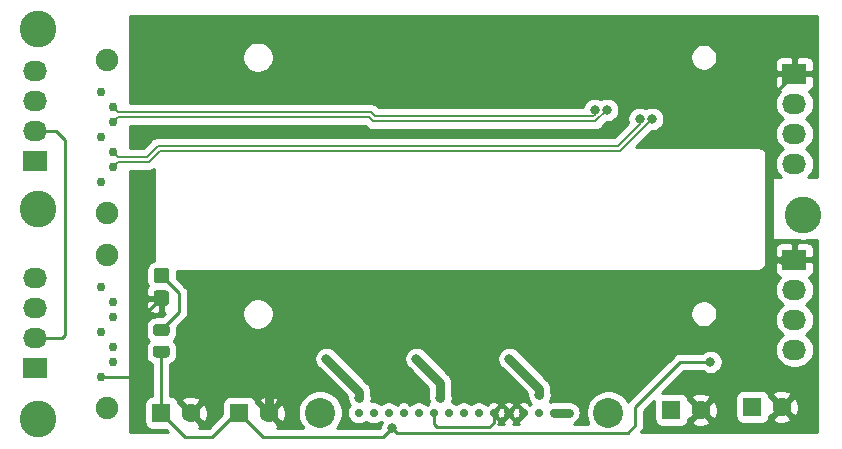
<source format=gbr>
%TF.GenerationSoftware,KiCad,Pcbnew,(5.1.10)-1*%
%TF.CreationDate,2021-07-17T21:47:49+08:00*%
%TF.ProjectId,2.5_SAS_Backend,322e355f-5341-4535-9f42-61636b656e64,rev?*%
%TF.SameCoordinates,Original*%
%TF.FileFunction,Copper,L1,Top*%
%TF.FilePolarity,Positive*%
%FSLAX46Y46*%
G04 Gerber Fmt 4.6, Leading zero omitted, Abs format (unit mm)*
G04 Created by KiCad (PCBNEW (5.1.10)-1) date 2021-07-17 21:47:49*
%MOMM*%
%LPD*%
G01*
G04 APERTURE LIST*
%TA.AperFunction,WasherPad*%
%ADD10C,1.900000*%
%TD*%
%TA.AperFunction,ComponentPad*%
%ADD11C,0.750000*%
%TD*%
%TA.AperFunction,ComponentPad*%
%ADD12C,0.700000*%
%TD*%
%TA.AperFunction,WasherPad*%
%ADD13C,2.540000*%
%TD*%
%TA.AperFunction,ComponentPad*%
%ADD14C,1.600000*%
%TD*%
%TA.AperFunction,ComponentPad*%
%ADD15R,1.600000X1.600000*%
%TD*%
%TA.AperFunction,ComponentPad*%
%ADD16R,2.030000X1.730000*%
%TD*%
%TA.AperFunction,ComponentPad*%
%ADD17O,2.030000X1.730000*%
%TD*%
%TA.AperFunction,ViaPad*%
%ADD18C,3.100000*%
%TD*%
%TA.AperFunction,ViaPad*%
%ADD19C,0.800000*%
%TD*%
%TA.AperFunction,Conductor*%
%ADD20C,0.250000*%
%TD*%
%TA.AperFunction,Conductor*%
%ADD21C,0.750000*%
%TD*%
%TA.AperFunction,Conductor*%
%ADD22C,0.200000*%
%TD*%
%TA.AperFunction,Conductor*%
%ADD23C,0.254000*%
%TD*%
%TA.AperFunction,Conductor*%
%ADD24C,0.100000*%
%TD*%
G04 APERTURE END LIST*
D10*
%TO.P,U5,*%
%TO.N,*%
X40132000Y-63874000D03*
X40132000Y-50934000D03*
D11*
%TO.P,U5,1*%
%TO.N,GND*%
X39632000Y-61214000D03*
%TO.P,U5,2*%
%TO.N,/S2_TXD_P*%
X40632000Y-59944000D03*
%TO.P,U5,3*%
%TO.N,/S2_TXD_N*%
X40632000Y-58674000D03*
%TO.P,U5,4*%
%TO.N,GND*%
X39632000Y-57404000D03*
%TO.P,U5,5*%
%TO.N,/S2_RXD_N*%
X40632000Y-56134000D03*
%TO.P,U5,6*%
%TO.N,/S2_RXD_P*%
X40632000Y-54864000D03*
%TO.P,U5,7*%
%TO.N,GND*%
X39632000Y-53594000D03*
%TD*%
D10*
%TO.P,U3,*%
%TO.N,*%
X40132000Y-47364000D03*
X40132000Y-34424000D03*
D11*
%TO.P,U3,1*%
%TO.N,GND*%
X39632000Y-44704000D03*
%TO.P,U3,2*%
%TO.N,/S1_TXD_P*%
X40632000Y-43434000D03*
%TO.P,U3,3*%
%TO.N,/S1_TXD_N*%
X40632000Y-42164000D03*
%TO.P,U3,4*%
%TO.N,GND*%
X39632000Y-40894000D03*
%TO.P,U3,5*%
%TO.N,/S1_RXD_N*%
X40632000Y-39624000D03*
%TO.P,U3,6*%
%TO.N,/S1_RXD_P*%
X40632000Y-38354000D03*
%TO.P,U3,7*%
%TO.N,GND*%
X39632000Y-37084000D03*
%TD*%
D12*
%TO.P,U2,14*%
%TO.N,+12V*%
X62680000Y-64262000D03*
%TO.P,U2,13*%
X63950000Y-64262000D03*
%TO.P,U2,15*%
X61410000Y-64262000D03*
%TO.P,U2,10*%
%TO.N,GND*%
X67760000Y-64262000D03*
%TO.P,U2,12*%
X65220000Y-64262000D03*
%TO.P,U2,11*%
%TO.N,N/C*%
X66490000Y-64262000D03*
%TO.P,U2,9*%
%TO.N,+5V*%
X69030000Y-64262000D03*
%TO.P,U2,8*%
X70300000Y-64262000D03*
%TO.P,U2,7*%
X71570000Y-64262000D03*
%TO.P,U2,6*%
%TO.N,GND*%
X72840000Y-64262000D03*
%TO.P,U2,5*%
X74110000Y-64262000D03*
%TO.P,U2,4*%
X75380000Y-64262000D03*
%TO.P,U2,3*%
%TO.N,N/C*%
X76650000Y-64262000D03*
%TO.P,U2,2*%
%TO.N,+3V3*%
X77920000Y-64262000D03*
%TO.P,U2,1*%
X79190000Y-64262000D03*
D13*
%TO.P,U2,*%
%TO.N,*%
X58140600Y-64262000D03*
X82550000Y-64262000D03*
%TD*%
D14*
%TO.P,5V_C2,2*%
%TO.N,GND*%
X53808000Y-64262000D03*
D15*
%TO.P,5V_C2,1*%
%TO.N,+5V*%
X51308000Y-64262000D03*
%TD*%
D14*
%TO.P,12V_C3,2*%
%TO.N,GND*%
X90384000Y-64008000D03*
D15*
%TO.P,12V_C3,1*%
%TO.N,+12V*%
X87884000Y-64008000D03*
%TD*%
D14*
%TO.P,12V_C4,2*%
%TO.N,GND*%
X97242000Y-63754000D03*
D15*
%TO.P,12V_C4,1*%
%TO.N,+12V*%
X94742000Y-63754000D03*
%TD*%
%TO.P,D1,2*%
%TO.N,Net-(D1-Pad2)*%
%TA.AperFunction,SMDPad,CuDef*%
G36*
G01*
X45104000Y-53294000D02*
X44304000Y-53294000D01*
G75*
G02*
X44054000Y-53044000I0J250000D01*
G01*
X44054000Y-52219000D01*
G75*
G02*
X44304000Y-51969000I250000J0D01*
G01*
X45104000Y-51969000D01*
G75*
G02*
X45354000Y-52219000I0J-250000D01*
G01*
X45354000Y-53044000D01*
G75*
G02*
X45104000Y-53294000I-250000J0D01*
G01*
G37*
%TD.AperFunction*%
%TO.P,D1,1*%
%TO.N,GND*%
%TA.AperFunction,SMDPad,CuDef*%
G36*
G01*
X45104000Y-55219000D02*
X44304000Y-55219000D01*
G75*
G02*
X44054000Y-54969000I0J250000D01*
G01*
X44054000Y-54144000D01*
G75*
G02*
X44304000Y-53894000I250000J0D01*
G01*
X45104000Y-53894000D01*
G75*
G02*
X45354000Y-54144000I0J-250000D01*
G01*
X45354000Y-54969000D01*
G75*
G02*
X45104000Y-55219000I-250000J0D01*
G01*
G37*
%TD.AperFunction*%
%TD*%
%TO.P,R1,2*%
%TO.N,Net-(D1-Pad2)*%
%TA.AperFunction,SMDPad,CuDef*%
G36*
G01*
X45154001Y-57766000D02*
X44253999Y-57766000D01*
G75*
G02*
X44004000Y-57516001I0J249999D01*
G01*
X44004000Y-56990999D01*
G75*
G02*
X44253999Y-56741000I249999J0D01*
G01*
X45154001Y-56741000D01*
G75*
G02*
X45404000Y-56990999I0J-249999D01*
G01*
X45404000Y-57516001D01*
G75*
G02*
X45154001Y-57766000I-249999J0D01*
G01*
G37*
%TD.AperFunction*%
%TO.P,R1,1*%
%TO.N,+5V*%
%TA.AperFunction,SMDPad,CuDef*%
G36*
G01*
X45154001Y-59591000D02*
X44253999Y-59591000D01*
G75*
G02*
X44004000Y-59341001I0J249999D01*
G01*
X44004000Y-58815999D01*
G75*
G02*
X44253999Y-58566000I249999J0D01*
G01*
X45154001Y-58566000D01*
G75*
G02*
X45404000Y-58815999I0J-249999D01*
G01*
X45404000Y-59341001D01*
G75*
G02*
X45154001Y-59591000I-249999J0D01*
G01*
G37*
%TD.AperFunction*%
%TD*%
D16*
%TO.P,M1,1*%
%TO.N,GND*%
X98298000Y-51308000D03*
D17*
%TO.P,M1,2*%
%TO.N,+5V*%
X98298000Y-53848000D03*
%TO.P,M1,3*%
%TO.N,N/C*%
X98298000Y-56388000D03*
%TO.P,M1,4*%
X98298000Y-58928000D03*
%TD*%
D16*
%TO.P,M2,1*%
%TO.N,GND*%
X98298000Y-35560000D03*
D17*
%TO.P,M2,2*%
%TO.N,+5V*%
X98298000Y-38100000D03*
%TO.P,M2,3*%
%TO.N,N/C*%
X98298000Y-40640000D03*
%TO.P,M2,4*%
X98298000Y-43180000D03*
%TD*%
D16*
%TO.P,M3,1*%
%TO.N,GND*%
X34036000Y-42926000D03*
D17*
%TO.P,M3,2*%
%TO.N,+12V*%
X34036000Y-40386000D03*
%TO.P,M3,3*%
%TO.N,N/C*%
X34036000Y-37846000D03*
%TO.P,M3,4*%
X34036000Y-35306000D03*
%TD*%
D16*
%TO.P,M4,1*%
%TO.N,GND*%
X34036000Y-60452000D03*
D17*
%TO.P,M4,2*%
%TO.N,+12V*%
X34036000Y-57912000D03*
%TO.P,M4,3*%
%TO.N,N/C*%
X34036000Y-55372000D03*
%TO.P,M4,4*%
X34036000Y-52832000D03*
%TD*%
D14*
%TO.P,5V_C1,2*%
%TO.N,GND*%
X47204000Y-64262000D03*
D15*
%TO.P,5V_C1,1*%
%TO.N,+5V*%
X44704000Y-64262000D03*
%TD*%
D18*
%TO.N,*%
X34290000Y-64770000D03*
X99060000Y-47498000D03*
X34290000Y-46990000D03*
X34290000Y-31750000D03*
D19*
%TO.N,+12V*%
X61468000Y-62992000D03*
X58674000Y-59690000D03*
%TO.N,GND*%
X58420000Y-55118000D03*
X65532000Y-53848000D03*
X76200000Y-55626000D03*
X77724000Y-57150000D03*
X64516000Y-62738000D03*
%TO.N,+5V*%
X66294000Y-59690000D03*
X64262000Y-65532000D03*
X91186000Y-59944000D03*
X68326000Y-62992000D03*
%TO.N,+3V3*%
X74168000Y-59690000D03*
X76708000Y-62738000D03*
%TO.N,/S1_TXD_P*%
X86250000Y-39370000D03*
%TO.N,/S1_TXD_N*%
X85200000Y-39370000D03*
%TO.N,/S1_RXD_N*%
X82440000Y-38608000D03*
%TO.N,/S1_RXD_P*%
X81390000Y-38608000D03*
%TD*%
D20*
%TO.N,+12V*%
X36576000Y-41148000D02*
X36576000Y-57658000D01*
X36322000Y-57912000D02*
X34036000Y-57912000D01*
X34036000Y-40386000D02*
X35814000Y-40386000D01*
D21*
X61468000Y-62992000D02*
X61468000Y-62484000D01*
D20*
X33782000Y-57912000D02*
X34798000Y-57912000D01*
X36576000Y-57658000D02*
X36322000Y-57912000D01*
D21*
X61468000Y-62484000D02*
X58674000Y-59690000D01*
D20*
X35814000Y-40386000D02*
X36576000Y-41148000D01*
D21*
%TO.N,GND*%
X64262000Y-55118000D02*
X58420000Y-55118000D01*
X64516000Y-54864000D02*
X65532000Y-53848000D01*
X53808000Y-59730000D02*
X53808000Y-64262000D01*
D20*
X76200000Y-55626000D02*
X77724000Y-57150000D01*
X72840000Y-65082000D02*
X72440011Y-65481989D01*
D21*
X65532000Y-53848000D02*
X64262000Y-55118000D01*
X98298000Y-51308000D02*
X97282000Y-51308000D01*
X58420000Y-55118000D02*
X53808000Y-59730000D01*
X64516000Y-62738000D02*
X64516000Y-54864000D01*
D20*
X67760000Y-65220000D02*
X67760000Y-64262000D01*
X72440011Y-65481989D02*
X68021989Y-65481989D01*
X72840000Y-64262000D02*
X72840000Y-65082000D01*
X68021989Y-65481989D02*
X67760000Y-65220000D01*
X44516500Y-54744000D02*
X44704000Y-54556500D01*
X96266000Y-51689000D02*
X96266000Y-62778000D01*
X96266000Y-62778000D02*
X97242000Y-63754000D01*
X96647000Y-51308000D02*
X96266000Y-51689000D01*
X98298000Y-51308000D02*
X96647000Y-51308000D01*
X96139000Y-50414000D02*
X96139000Y-37719000D01*
X96139000Y-37719000D02*
X98298000Y-35560000D01*
X98298000Y-51308000D02*
X97033000Y-51308000D01*
X97033000Y-51308000D02*
X96139000Y-50414000D01*
X43180000Y-56080500D02*
X44704000Y-54556500D01*
X43180000Y-60960000D02*
X43180000Y-56080500D01*
X42926000Y-61214000D02*
X43180000Y-60960000D01*
X39632000Y-61214000D02*
X42926000Y-61214000D01*
%TO.N,+5V*%
X64262000Y-65532000D02*
X63500000Y-66294000D01*
X63500000Y-66294000D02*
X53340000Y-66294000D01*
X49022000Y-66294000D02*
X46736000Y-66294000D01*
X46736000Y-66294000D02*
X44704000Y-64262000D01*
X51054000Y-64262000D02*
X49022000Y-66294000D01*
X53340000Y-66294000D02*
X51308000Y-64262000D01*
X84836000Y-65278000D02*
X84182001Y-65931999D01*
X84182001Y-65931999D02*
X64661999Y-65931999D01*
X64661999Y-65931999D02*
X64262000Y-65532000D01*
X84836000Y-63754000D02*
X84836000Y-65278000D01*
X88646000Y-59944000D02*
X84836000Y-63754000D01*
X91186000Y-59944000D02*
X88646000Y-59944000D01*
X44704000Y-64262000D02*
X44704000Y-59078500D01*
D21*
X68326000Y-62992000D02*
X68326000Y-61722000D01*
X68326000Y-61722000D02*
X66294000Y-59690000D01*
D20*
X51308000Y-64262000D02*
X51054000Y-64262000D01*
D21*
%TO.N,+3V3*%
X76708000Y-62230000D02*
X74168000Y-59690000D01*
X79190000Y-64262000D02*
X77920000Y-64262000D01*
X76708000Y-62738000D02*
X76708000Y-62230000D01*
D20*
%TO.N,Net-(D1-Pad2)*%
X46228000Y-55729500D02*
X46228000Y-54155500D01*
X46228000Y-54155500D02*
X44704000Y-52631500D01*
X44704000Y-57253500D02*
X46228000Y-55729500D01*
D22*
%TO.N,/S1_TXD_P*%
X41042000Y-43024000D02*
X40632000Y-43434000D01*
X43638367Y-43024000D02*
X41042000Y-43024000D01*
X44569377Y-42092990D02*
X43638367Y-43024000D01*
X83527010Y-42092990D02*
X44569377Y-42092990D01*
X86250000Y-39370000D02*
X83527010Y-42092990D01*
%TO.N,/S1_TXD_N*%
X41042000Y-42574000D02*
X40632000Y-42164000D01*
X44382985Y-41642999D02*
X43451984Y-42574000D01*
X43451984Y-42574000D02*
X41042000Y-42574000D01*
X85200000Y-39783603D02*
X83340604Y-41642999D01*
X85200000Y-39370000D02*
X85200000Y-39783603D01*
X83340604Y-41642999D02*
X44382985Y-41642999D01*
%TO.N,/S1_RXD_N*%
X81453000Y-39595000D02*
X62644800Y-39595000D01*
X82440000Y-38608000D02*
X81453000Y-39595000D01*
X41042000Y-39214000D02*
X40632000Y-39624000D01*
X62263800Y-39214000D02*
X41042000Y-39214000D01*
X62644800Y-39595000D02*
X62263800Y-39214000D01*
%TO.N,/S1_RXD_P*%
X81390000Y-39021603D02*
X81266603Y-39145000D01*
X81390000Y-38608000D02*
X81390000Y-39021603D01*
X81266603Y-39145000D02*
X62831200Y-39145000D01*
X41042000Y-38764000D02*
X40632000Y-38354000D01*
X62450200Y-38764000D02*
X41042000Y-38764000D01*
X62831200Y-39145000D02*
X62450200Y-38764000D01*
%TD*%
D23*
%TO.N,GND*%
X44044001Y-51374306D02*
X43964150Y-51398528D01*
X43810614Y-51480595D01*
X43676038Y-51591038D01*
X43565595Y-51725614D01*
X43483528Y-51879150D01*
X43432992Y-52045746D01*
X43415928Y-52219000D01*
X43415928Y-53044000D01*
X43432992Y-53217254D01*
X43483528Y-53383850D01*
X43549664Y-53507580D01*
X43523463Y-53539506D01*
X43464498Y-53649820D01*
X43428188Y-53769518D01*
X43415928Y-53894000D01*
X43419000Y-54270750D01*
X43577750Y-54429500D01*
X44577000Y-54429500D01*
X44577000Y-54409500D01*
X44831000Y-54409500D01*
X44831000Y-54429500D01*
X44851000Y-54429500D01*
X44851000Y-54683500D01*
X44831000Y-54683500D01*
X44831000Y-55695250D01*
X44989750Y-55854000D01*
X45028372Y-55854326D01*
X44779770Y-56102928D01*
X44253999Y-56102928D01*
X44080745Y-56119992D01*
X43914149Y-56170528D01*
X43760613Y-56252595D01*
X43626038Y-56363038D01*
X43515595Y-56497613D01*
X43433528Y-56651149D01*
X43382992Y-56817745D01*
X43365928Y-56990999D01*
X43365928Y-57516001D01*
X43382992Y-57689255D01*
X43433528Y-57855851D01*
X43515595Y-58009387D01*
X43626038Y-58143962D01*
X43652891Y-58166000D01*
X43626038Y-58188038D01*
X43515595Y-58322613D01*
X43433528Y-58476149D01*
X43382992Y-58642745D01*
X43365928Y-58815999D01*
X43365928Y-59341001D01*
X43382992Y-59514255D01*
X43433528Y-59680851D01*
X43515595Y-59834387D01*
X43626038Y-59968962D01*
X43760613Y-60079405D01*
X43914149Y-60161472D01*
X43944001Y-60170527D01*
X43944000Y-62823928D01*
X43904000Y-62823928D01*
X43779518Y-62836188D01*
X43659820Y-62872498D01*
X43549506Y-62931463D01*
X43452815Y-63010815D01*
X43373463Y-63107506D01*
X43314498Y-63217820D01*
X43278188Y-63337518D01*
X43265928Y-63462000D01*
X43265928Y-65062000D01*
X43278188Y-65186482D01*
X43314498Y-65306180D01*
X43373463Y-65416494D01*
X43452815Y-65513185D01*
X43549506Y-65592537D01*
X43659820Y-65651502D01*
X43779518Y-65687812D01*
X43904000Y-65700072D01*
X45067271Y-65700072D01*
X45280199Y-65913000D01*
X42037000Y-65913000D01*
X42037000Y-55219000D01*
X43415928Y-55219000D01*
X43428188Y-55343482D01*
X43464498Y-55463180D01*
X43523463Y-55573494D01*
X43602815Y-55670185D01*
X43699506Y-55749537D01*
X43809820Y-55808502D01*
X43929518Y-55844812D01*
X44054000Y-55857072D01*
X44418250Y-55854000D01*
X44577000Y-55695250D01*
X44577000Y-54683500D01*
X43577750Y-54683500D01*
X43419000Y-54842250D01*
X43415928Y-55219000D01*
X42037000Y-55219000D01*
X42037000Y-43759000D01*
X43602262Y-43759000D01*
X43638367Y-43762556D01*
X43674472Y-43759000D01*
X43782452Y-43748365D01*
X43921000Y-43706337D01*
X44044000Y-43640592D01*
X44044001Y-51374306D01*
%TA.AperFunction,Conductor*%
D24*
G36*
X44044001Y-51374306D02*
G01*
X43964150Y-51398528D01*
X43810614Y-51480595D01*
X43676038Y-51591038D01*
X43565595Y-51725614D01*
X43483528Y-51879150D01*
X43432992Y-52045746D01*
X43415928Y-52219000D01*
X43415928Y-53044000D01*
X43432992Y-53217254D01*
X43483528Y-53383850D01*
X43549664Y-53507580D01*
X43523463Y-53539506D01*
X43464498Y-53649820D01*
X43428188Y-53769518D01*
X43415928Y-53894000D01*
X43419000Y-54270750D01*
X43577750Y-54429500D01*
X44577000Y-54429500D01*
X44577000Y-54409500D01*
X44831000Y-54409500D01*
X44831000Y-54429500D01*
X44851000Y-54429500D01*
X44851000Y-54683500D01*
X44831000Y-54683500D01*
X44831000Y-55695250D01*
X44989750Y-55854000D01*
X45028372Y-55854326D01*
X44779770Y-56102928D01*
X44253999Y-56102928D01*
X44080745Y-56119992D01*
X43914149Y-56170528D01*
X43760613Y-56252595D01*
X43626038Y-56363038D01*
X43515595Y-56497613D01*
X43433528Y-56651149D01*
X43382992Y-56817745D01*
X43365928Y-56990999D01*
X43365928Y-57516001D01*
X43382992Y-57689255D01*
X43433528Y-57855851D01*
X43515595Y-58009387D01*
X43626038Y-58143962D01*
X43652891Y-58166000D01*
X43626038Y-58188038D01*
X43515595Y-58322613D01*
X43433528Y-58476149D01*
X43382992Y-58642745D01*
X43365928Y-58815999D01*
X43365928Y-59341001D01*
X43382992Y-59514255D01*
X43433528Y-59680851D01*
X43515595Y-59834387D01*
X43626038Y-59968962D01*
X43760613Y-60079405D01*
X43914149Y-60161472D01*
X43944001Y-60170527D01*
X43944000Y-62823928D01*
X43904000Y-62823928D01*
X43779518Y-62836188D01*
X43659820Y-62872498D01*
X43549506Y-62931463D01*
X43452815Y-63010815D01*
X43373463Y-63107506D01*
X43314498Y-63217820D01*
X43278188Y-63337518D01*
X43265928Y-63462000D01*
X43265928Y-65062000D01*
X43278188Y-65186482D01*
X43314498Y-65306180D01*
X43373463Y-65416494D01*
X43452815Y-65513185D01*
X43549506Y-65592537D01*
X43659820Y-65651502D01*
X43779518Y-65687812D01*
X43904000Y-65700072D01*
X45067271Y-65700072D01*
X45280199Y-65913000D01*
X42037000Y-65913000D01*
X42037000Y-55219000D01*
X43415928Y-55219000D01*
X43428188Y-55343482D01*
X43464498Y-55463180D01*
X43523463Y-55573494D01*
X43602815Y-55670185D01*
X43699506Y-55749537D01*
X43809820Y-55808502D01*
X43929518Y-55844812D01*
X44054000Y-55857072D01*
X44418250Y-55854000D01*
X44577000Y-55695250D01*
X44577000Y-54683500D01*
X43577750Y-54683500D01*
X43419000Y-54842250D01*
X43415928Y-55219000D01*
X42037000Y-55219000D01*
X42037000Y-43759000D01*
X43602262Y-43759000D01*
X43638367Y-43762556D01*
X43674472Y-43759000D01*
X43782452Y-43748365D01*
X43921000Y-43706337D01*
X44044000Y-43640592D01*
X44044001Y-51374306D01*
G37*
%TD.AperFunction*%
D23*
X100203000Y-44323000D02*
X99419713Y-44323000D01*
X99513792Y-44245792D01*
X99701238Y-44017387D01*
X99840524Y-43756802D01*
X99926295Y-43474051D01*
X99955257Y-43180000D01*
X99926295Y-42885949D01*
X99840524Y-42603198D01*
X99701238Y-42342613D01*
X99513792Y-42114208D01*
X99285387Y-41926762D01*
X99254028Y-41910000D01*
X99285387Y-41893238D01*
X99513792Y-41705792D01*
X99701238Y-41477387D01*
X99840524Y-41216802D01*
X99926295Y-40934051D01*
X99955257Y-40640000D01*
X99926295Y-40345949D01*
X99840524Y-40063198D01*
X99701238Y-39802613D01*
X99513792Y-39574208D01*
X99285387Y-39386762D01*
X99254028Y-39370000D01*
X99285387Y-39353238D01*
X99513792Y-39165792D01*
X99701238Y-38937387D01*
X99840524Y-38676802D01*
X99926295Y-38394051D01*
X99955257Y-38100000D01*
X99926295Y-37805949D01*
X99840524Y-37523198D01*
X99701238Y-37262613D01*
X99513792Y-37034208D01*
X99507970Y-37029430D01*
X99557180Y-37014502D01*
X99667494Y-36955537D01*
X99764185Y-36876185D01*
X99843537Y-36779494D01*
X99902502Y-36669180D01*
X99938812Y-36549482D01*
X99951072Y-36425000D01*
X99948000Y-35845750D01*
X99789250Y-35687000D01*
X98425000Y-35687000D01*
X98425000Y-35707000D01*
X98171000Y-35707000D01*
X98171000Y-35687000D01*
X96806750Y-35687000D01*
X96648000Y-35845750D01*
X96644928Y-36425000D01*
X96657188Y-36549482D01*
X96693498Y-36669180D01*
X96752463Y-36779494D01*
X96831815Y-36876185D01*
X96928506Y-36955537D01*
X97038820Y-37014502D01*
X97088030Y-37029430D01*
X97082208Y-37034208D01*
X96894762Y-37262613D01*
X96755476Y-37523198D01*
X96669705Y-37805949D01*
X96640743Y-38100000D01*
X96669705Y-38394051D01*
X96755476Y-38676802D01*
X96894762Y-38937387D01*
X97082208Y-39165792D01*
X97310613Y-39353238D01*
X97341972Y-39370000D01*
X97310613Y-39386762D01*
X97082208Y-39574208D01*
X96894762Y-39802613D01*
X96755476Y-40063198D01*
X96669705Y-40345949D01*
X96640743Y-40640000D01*
X96669705Y-40934051D01*
X96755476Y-41216802D01*
X96894762Y-41477387D01*
X97082208Y-41705792D01*
X97310613Y-41893238D01*
X97341972Y-41910000D01*
X97310613Y-41926762D01*
X97082208Y-42114208D01*
X96894762Y-42342613D01*
X96755476Y-42603198D01*
X96669705Y-42885949D01*
X96640743Y-43180000D01*
X96669705Y-43474051D01*
X96755476Y-43756802D01*
X96894762Y-44017387D01*
X97082208Y-44245792D01*
X97176287Y-44323000D01*
X96520000Y-44323000D01*
X96495224Y-44325440D01*
X96471399Y-44332667D01*
X96449443Y-44344403D01*
X96430197Y-44360197D01*
X96414403Y-44379443D01*
X96402667Y-44401399D01*
X96395440Y-44425224D01*
X96393000Y-44450000D01*
X96393000Y-49530000D01*
X96395440Y-49554776D01*
X96402667Y-49578601D01*
X96414403Y-49600557D01*
X96430197Y-49619803D01*
X96449443Y-49635597D01*
X96471399Y-49647333D01*
X96495224Y-49654560D01*
X96520000Y-49657000D01*
X98714086Y-49657000D01*
X98844796Y-49683000D01*
X99275204Y-49683000D01*
X99405914Y-49657000D01*
X100203000Y-49657000D01*
X100203000Y-65913000D01*
X85275802Y-65913000D01*
X85347002Y-65841800D01*
X85376001Y-65818001D01*
X85470974Y-65702276D01*
X85541546Y-65570247D01*
X85585003Y-65426986D01*
X85596000Y-65315333D01*
X85596000Y-65315324D01*
X85599676Y-65278001D01*
X85596000Y-65240678D01*
X85596000Y-64068801D01*
X86445928Y-63218873D01*
X86445928Y-64808000D01*
X86458188Y-64932482D01*
X86494498Y-65052180D01*
X86553463Y-65162494D01*
X86632815Y-65259185D01*
X86729506Y-65338537D01*
X86839820Y-65397502D01*
X86959518Y-65433812D01*
X87084000Y-65446072D01*
X88684000Y-65446072D01*
X88808482Y-65433812D01*
X88928180Y-65397502D01*
X89038494Y-65338537D01*
X89135185Y-65259185D01*
X89214537Y-65162494D01*
X89273502Y-65052180D01*
X89289117Y-65000702D01*
X89570903Y-65000702D01*
X89642486Y-65244671D01*
X89897996Y-65365571D01*
X90172184Y-65434300D01*
X90454512Y-65448217D01*
X90734130Y-65406787D01*
X91000292Y-65311603D01*
X91125514Y-65244671D01*
X91197097Y-65000702D01*
X90384000Y-64187605D01*
X89570903Y-65000702D01*
X89289117Y-65000702D01*
X89309812Y-64932482D01*
X89322072Y-64808000D01*
X89322072Y-64800785D01*
X89391298Y-64821097D01*
X90204395Y-64008000D01*
X90563605Y-64008000D01*
X91376702Y-64821097D01*
X91620671Y-64749514D01*
X91741571Y-64494004D01*
X91810300Y-64219816D01*
X91824217Y-63937488D01*
X91782787Y-63657870D01*
X91687603Y-63391708D01*
X91620671Y-63266486D01*
X91376702Y-63194903D01*
X90563605Y-64008000D01*
X90204395Y-64008000D01*
X89391298Y-63194903D01*
X89322072Y-63215215D01*
X89322072Y-63208000D01*
X89309812Y-63083518D01*
X89289118Y-63015298D01*
X89570903Y-63015298D01*
X90384000Y-63828395D01*
X91197097Y-63015298D01*
X91179112Y-62954000D01*
X93303928Y-62954000D01*
X93303928Y-64554000D01*
X93316188Y-64678482D01*
X93352498Y-64798180D01*
X93411463Y-64908494D01*
X93490815Y-65005185D01*
X93587506Y-65084537D01*
X93697820Y-65143502D01*
X93817518Y-65179812D01*
X93942000Y-65192072D01*
X95542000Y-65192072D01*
X95666482Y-65179812D01*
X95786180Y-65143502D01*
X95896494Y-65084537D01*
X95993185Y-65005185D01*
X96072537Y-64908494D01*
X96131502Y-64798180D01*
X96147117Y-64746702D01*
X96428903Y-64746702D01*
X96500486Y-64990671D01*
X96755996Y-65111571D01*
X97030184Y-65180300D01*
X97312512Y-65194217D01*
X97592130Y-65152787D01*
X97858292Y-65057603D01*
X97983514Y-64990671D01*
X98055097Y-64746702D01*
X97242000Y-63933605D01*
X96428903Y-64746702D01*
X96147117Y-64746702D01*
X96167812Y-64678482D01*
X96180072Y-64554000D01*
X96180072Y-64546785D01*
X96249298Y-64567097D01*
X97062395Y-63754000D01*
X97421605Y-63754000D01*
X98234702Y-64567097D01*
X98478671Y-64495514D01*
X98599571Y-64240004D01*
X98668300Y-63965816D01*
X98682217Y-63683488D01*
X98640787Y-63403870D01*
X98545603Y-63137708D01*
X98478671Y-63012486D01*
X98234702Y-62940903D01*
X97421605Y-63754000D01*
X97062395Y-63754000D01*
X96249298Y-62940903D01*
X96180072Y-62961215D01*
X96180072Y-62954000D01*
X96167812Y-62829518D01*
X96147118Y-62761298D01*
X96428903Y-62761298D01*
X97242000Y-63574395D01*
X98055097Y-62761298D01*
X97983514Y-62517329D01*
X97728004Y-62396429D01*
X97453816Y-62327700D01*
X97171488Y-62313783D01*
X96891870Y-62355213D01*
X96625708Y-62450397D01*
X96500486Y-62517329D01*
X96428903Y-62761298D01*
X96147118Y-62761298D01*
X96131502Y-62709820D01*
X96072537Y-62599506D01*
X95993185Y-62502815D01*
X95896494Y-62423463D01*
X95786180Y-62364498D01*
X95666482Y-62328188D01*
X95542000Y-62315928D01*
X93942000Y-62315928D01*
X93817518Y-62328188D01*
X93697820Y-62364498D01*
X93587506Y-62423463D01*
X93490815Y-62502815D01*
X93411463Y-62599506D01*
X93352498Y-62709820D01*
X93316188Y-62829518D01*
X93303928Y-62954000D01*
X91179112Y-62954000D01*
X91125514Y-62771329D01*
X90870004Y-62650429D01*
X90595816Y-62581700D01*
X90313488Y-62567783D01*
X90033870Y-62609213D01*
X89767708Y-62704397D01*
X89642486Y-62771329D01*
X89570903Y-63015298D01*
X89289118Y-63015298D01*
X89273502Y-62963820D01*
X89214537Y-62853506D01*
X89135185Y-62756815D01*
X89038494Y-62677463D01*
X88928180Y-62618498D01*
X88808482Y-62582188D01*
X88684000Y-62569928D01*
X87094873Y-62569928D01*
X88960802Y-60704000D01*
X90482289Y-60704000D01*
X90526226Y-60747937D01*
X90695744Y-60861205D01*
X90884102Y-60939226D01*
X91084061Y-60979000D01*
X91287939Y-60979000D01*
X91487898Y-60939226D01*
X91676256Y-60861205D01*
X91845774Y-60747937D01*
X91989937Y-60603774D01*
X92103205Y-60434256D01*
X92181226Y-60245898D01*
X92221000Y-60045939D01*
X92221000Y-59842061D01*
X92181226Y-59642102D01*
X92103205Y-59453744D01*
X91989937Y-59284226D01*
X91845774Y-59140063D01*
X91676256Y-59026795D01*
X91487898Y-58948774D01*
X91287939Y-58909000D01*
X91084061Y-58909000D01*
X90884102Y-58948774D01*
X90695744Y-59026795D01*
X90526226Y-59140063D01*
X90482289Y-59184000D01*
X88683325Y-59184000D01*
X88646000Y-59180324D01*
X88608675Y-59184000D01*
X88608667Y-59184000D01*
X88497014Y-59194997D01*
X88353753Y-59238454D01*
X88221724Y-59309026D01*
X88105999Y-59403999D01*
X88082201Y-59432997D01*
X84325003Y-63190196D01*
X84295999Y-63213999D01*
X84240871Y-63281174D01*
X84210491Y-63318191D01*
X84029710Y-63047634D01*
X83764366Y-62782290D01*
X83452356Y-62573811D01*
X83105668Y-62430209D01*
X82737626Y-62357000D01*
X82362374Y-62357000D01*
X81994332Y-62430209D01*
X81647644Y-62573811D01*
X81335634Y-62782290D01*
X81070290Y-63047634D01*
X80861811Y-63359644D01*
X80718209Y-63706332D01*
X80645000Y-64074374D01*
X80645000Y-64449626D01*
X80718209Y-64817668D01*
X80861811Y-65164356D01*
X80866918Y-65171999D01*
X79630078Y-65171999D01*
X79753840Y-65105847D01*
X79907633Y-64979633D01*
X80033847Y-64825840D01*
X80127632Y-64650380D01*
X80185385Y-64459994D01*
X80204886Y-64262000D01*
X80185385Y-64064006D01*
X80127632Y-63873620D01*
X80033847Y-63698160D01*
X79907633Y-63544367D01*
X79753840Y-63418153D01*
X79578380Y-63324368D01*
X79387994Y-63266615D01*
X79239608Y-63252000D01*
X77870392Y-63252000D01*
X77722006Y-63266615D01*
X77568450Y-63313196D01*
X77625205Y-63228256D01*
X77703226Y-63039898D01*
X77743000Y-62839939D01*
X77743000Y-62636061D01*
X77718000Y-62510377D01*
X77718000Y-62279604D01*
X77722886Y-62229999D01*
X77707599Y-62074795D01*
X77703385Y-62032007D01*
X77645632Y-61841620D01*
X77551847Y-61666160D01*
X77425633Y-61512367D01*
X77387100Y-61480744D01*
X75043132Y-59136777D01*
X74971937Y-59030226D01*
X74827774Y-58886063D01*
X74658256Y-58772795D01*
X74469898Y-58694774D01*
X74269939Y-58655000D01*
X74066061Y-58655000D01*
X73866102Y-58694774D01*
X73677744Y-58772795D01*
X73508226Y-58886063D01*
X73364063Y-59030226D01*
X73250795Y-59199744D01*
X73172774Y-59388102D01*
X73133000Y-59588061D01*
X73133000Y-59791939D01*
X73172774Y-59991898D01*
X73250795Y-60180256D01*
X73364063Y-60349774D01*
X73508226Y-60493937D01*
X73614777Y-60565132D01*
X75675108Y-62625464D01*
X75673000Y-62636061D01*
X75673000Y-62839939D01*
X75712774Y-63039898D01*
X75790795Y-63228256D01*
X75904063Y-63397774D01*
X75984341Y-63478052D01*
X75870912Y-63591480D01*
X75854216Y-63393233D01*
X75675616Y-63317411D01*
X75485656Y-63277890D01*
X75291636Y-63276187D01*
X75101011Y-63312368D01*
X74921107Y-63385043D01*
X74905784Y-63393233D01*
X74889088Y-63591483D01*
X75380000Y-64082395D01*
X75394143Y-64068253D01*
X75573748Y-64247858D01*
X75559605Y-64262000D01*
X75573748Y-64276143D01*
X75394143Y-64455748D01*
X75380000Y-64441605D01*
X74889088Y-64932517D01*
X74905784Y-65130767D01*
X75002907Y-65171999D01*
X74487099Y-65171999D01*
X74568893Y-65138957D01*
X74584216Y-65130767D01*
X74600912Y-64932517D01*
X74110000Y-64441605D01*
X73619088Y-64932517D01*
X73635784Y-65130767D01*
X73732907Y-65171999D01*
X73217099Y-65171999D01*
X73298893Y-65138957D01*
X73314216Y-65130767D01*
X73330912Y-64932517D01*
X72840000Y-64441605D01*
X72825858Y-64455748D01*
X72646253Y-64276143D01*
X72660395Y-64262000D01*
X73019605Y-64262000D01*
X73127986Y-64370381D01*
X73160368Y-64540989D01*
X73233043Y-64720893D01*
X73241233Y-64736216D01*
X73439483Y-64752912D01*
X73475000Y-64717395D01*
X73510517Y-64752912D01*
X73708767Y-64736216D01*
X73784589Y-64557616D01*
X73823945Y-64368450D01*
X73930395Y-64262000D01*
X74289605Y-64262000D01*
X74397986Y-64370381D01*
X74430368Y-64540989D01*
X74503043Y-64720893D01*
X74511233Y-64736216D01*
X74709483Y-64752912D01*
X74745000Y-64717395D01*
X74780517Y-64752912D01*
X74978767Y-64736216D01*
X75054589Y-64557616D01*
X75093945Y-64368450D01*
X75200395Y-64262000D01*
X75092014Y-64153619D01*
X75059632Y-63983011D01*
X74986957Y-63803107D01*
X74978767Y-63787784D01*
X74780517Y-63771088D01*
X74745000Y-63806605D01*
X74709483Y-63771088D01*
X74511233Y-63787784D01*
X74435411Y-63966384D01*
X74396055Y-64155550D01*
X74289605Y-64262000D01*
X73930395Y-64262000D01*
X73822014Y-64153619D01*
X73789632Y-63983011D01*
X73716957Y-63803107D01*
X73708767Y-63787784D01*
X73510517Y-63771088D01*
X73475000Y-63806605D01*
X73439483Y-63771088D01*
X73241233Y-63787784D01*
X73165411Y-63966384D01*
X73126055Y-64155550D01*
X73019605Y-64262000D01*
X72660395Y-64262000D01*
X72646253Y-64247858D01*
X72825858Y-64068253D01*
X72840000Y-64082395D01*
X73330912Y-63591483D01*
X73619088Y-63591483D01*
X74110000Y-64082395D01*
X74600912Y-63591483D01*
X74584216Y-63393233D01*
X74405616Y-63317411D01*
X74215656Y-63277890D01*
X74021636Y-63276187D01*
X73831011Y-63312368D01*
X73651107Y-63385043D01*
X73635784Y-63393233D01*
X73619088Y-63591483D01*
X73330912Y-63591483D01*
X73314216Y-63393233D01*
X73135616Y-63317411D01*
X72945656Y-63277890D01*
X72751636Y-63276187D01*
X72561011Y-63312368D01*
X72381107Y-63385043D01*
X72365784Y-63393233D01*
X72349088Y-63591480D01*
X72230369Y-63472761D01*
X72202065Y-63501065D01*
X72197901Y-63496901D01*
X72036572Y-63389104D01*
X71857314Y-63314853D01*
X71667014Y-63277000D01*
X71472986Y-63277000D01*
X71282686Y-63314853D01*
X71103428Y-63389104D01*
X70942099Y-63496901D01*
X70935000Y-63504000D01*
X70927901Y-63496901D01*
X70766572Y-63389104D01*
X70587314Y-63314853D01*
X70397014Y-63277000D01*
X70202986Y-63277000D01*
X70012686Y-63314853D01*
X69833428Y-63389104D01*
X69672099Y-63496901D01*
X69665000Y-63504000D01*
X69657901Y-63496901D01*
X69496572Y-63389104D01*
X69317314Y-63314853D01*
X69312909Y-63313977D01*
X69321226Y-63293898D01*
X69361000Y-63093939D01*
X69361000Y-62890061D01*
X69336000Y-62764377D01*
X69336000Y-61771608D01*
X69340886Y-61722000D01*
X69321385Y-61524005D01*
X69263632Y-61333620D01*
X69169846Y-61158159D01*
X69075256Y-61042900D01*
X69043633Y-61004367D01*
X69005100Y-60972744D01*
X67169132Y-59136776D01*
X67097937Y-59030226D01*
X66953774Y-58886063D01*
X66784256Y-58772795D01*
X66595898Y-58694774D01*
X66395939Y-58655000D01*
X66192061Y-58655000D01*
X65992102Y-58694774D01*
X65803744Y-58772795D01*
X65634226Y-58886063D01*
X65490063Y-59030226D01*
X65376795Y-59199744D01*
X65298774Y-59388102D01*
X65259000Y-59588061D01*
X65259000Y-59791939D01*
X65298774Y-59991898D01*
X65376795Y-60180256D01*
X65490063Y-60349774D01*
X65634226Y-60493937D01*
X65740776Y-60565132D01*
X67316001Y-62140357D01*
X67316000Y-62764375D01*
X67291000Y-62890061D01*
X67291000Y-63093939D01*
X67330774Y-63293898D01*
X67358863Y-63361711D01*
X67301107Y-63385043D01*
X67285784Y-63393233D01*
X67269088Y-63591480D01*
X67150369Y-63472761D01*
X67122065Y-63501065D01*
X67117901Y-63496901D01*
X66956572Y-63389104D01*
X66777314Y-63314853D01*
X66587014Y-63277000D01*
X66392986Y-63277000D01*
X66202686Y-63314853D01*
X66023428Y-63389104D01*
X65862099Y-63496901D01*
X65857935Y-63501065D01*
X65829631Y-63472761D01*
X65710912Y-63591480D01*
X65694216Y-63393233D01*
X65515616Y-63317411D01*
X65325656Y-63277890D01*
X65131636Y-63276187D01*
X64941011Y-63312368D01*
X64761107Y-63385043D01*
X64745784Y-63393233D01*
X64729088Y-63591480D01*
X64610369Y-63472761D01*
X64582065Y-63501065D01*
X64577901Y-63496901D01*
X64416572Y-63389104D01*
X64237314Y-63314853D01*
X64047014Y-63277000D01*
X63852986Y-63277000D01*
X63662686Y-63314853D01*
X63483428Y-63389104D01*
X63322099Y-63496901D01*
X63315000Y-63504000D01*
X63307901Y-63496901D01*
X63146572Y-63389104D01*
X62967314Y-63314853D01*
X62777014Y-63277000D01*
X62582986Y-63277000D01*
X62460101Y-63301443D01*
X62463226Y-63293898D01*
X62503000Y-63093939D01*
X62503000Y-62890061D01*
X62478000Y-62764377D01*
X62478000Y-62533608D01*
X62482886Y-62484000D01*
X62463385Y-62286005D01*
X62405632Y-62095620D01*
X62371630Y-62032006D01*
X62311847Y-61920160D01*
X62185633Y-61766367D01*
X62147100Y-61734744D01*
X59549132Y-59136777D01*
X59477937Y-59030226D01*
X59333774Y-58886063D01*
X59164256Y-58772795D01*
X58975898Y-58694774D01*
X58775939Y-58655000D01*
X58572061Y-58655000D01*
X58372102Y-58694774D01*
X58183744Y-58772795D01*
X58014226Y-58886063D01*
X57870063Y-59030226D01*
X57756795Y-59199744D01*
X57678774Y-59388102D01*
X57639000Y-59588061D01*
X57639000Y-59791939D01*
X57678774Y-59991898D01*
X57756795Y-60180256D01*
X57870063Y-60349774D01*
X58014226Y-60493937D01*
X58120777Y-60565132D01*
X60435108Y-62879464D01*
X60433000Y-62890061D01*
X60433000Y-63093939D01*
X60472774Y-63293898D01*
X60550795Y-63482256D01*
X60649308Y-63629692D01*
X60644901Y-63634099D01*
X60537104Y-63795428D01*
X60462853Y-63974686D01*
X60425000Y-64164986D01*
X60425000Y-64359014D01*
X60462853Y-64549314D01*
X60537104Y-64728572D01*
X60644901Y-64889901D01*
X60782099Y-65027099D01*
X60943428Y-65134896D01*
X61122686Y-65209147D01*
X61312986Y-65247000D01*
X61507014Y-65247000D01*
X61697314Y-65209147D01*
X61876572Y-65134896D01*
X62037901Y-65027099D01*
X62045000Y-65020000D01*
X62052099Y-65027099D01*
X62213428Y-65134896D01*
X62392686Y-65209147D01*
X62582986Y-65247000D01*
X62777014Y-65247000D01*
X62967314Y-65209147D01*
X63146572Y-65134896D01*
X63307901Y-65027099D01*
X63315000Y-65020000D01*
X63322099Y-65027099D01*
X63344626Y-65042151D01*
X63266774Y-65230102D01*
X63227000Y-65430061D01*
X63227000Y-65492199D01*
X63185199Y-65534000D01*
X59562676Y-65534000D01*
X59620310Y-65476366D01*
X59828789Y-65164356D01*
X59972391Y-64817668D01*
X60045600Y-64449626D01*
X60045600Y-64074374D01*
X59972391Y-63706332D01*
X59828789Y-63359644D01*
X59620310Y-63047634D01*
X59354966Y-62782290D01*
X59042956Y-62573811D01*
X58696268Y-62430209D01*
X58328226Y-62357000D01*
X57952974Y-62357000D01*
X57584932Y-62430209D01*
X57238244Y-62573811D01*
X56926234Y-62782290D01*
X56660890Y-63047634D01*
X56452411Y-63359644D01*
X56308809Y-63706332D01*
X56235600Y-64074374D01*
X56235600Y-64449626D01*
X56308809Y-64817668D01*
X56452411Y-65164356D01*
X56660890Y-65476366D01*
X56718524Y-65534000D01*
X54483418Y-65534000D01*
X54549514Y-65498671D01*
X54621097Y-65254702D01*
X53808000Y-64441605D01*
X53793858Y-64455748D01*
X53614253Y-64276143D01*
X53628395Y-64262000D01*
X53987605Y-64262000D01*
X54800702Y-65075097D01*
X55044671Y-65003514D01*
X55165571Y-64748004D01*
X55234300Y-64473816D01*
X55248217Y-64191488D01*
X55206787Y-63911870D01*
X55111603Y-63645708D01*
X55044671Y-63520486D01*
X54800702Y-63448903D01*
X53987605Y-64262000D01*
X53628395Y-64262000D01*
X52815298Y-63448903D01*
X52746072Y-63469215D01*
X52746072Y-63462000D01*
X52733812Y-63337518D01*
X52713118Y-63269298D01*
X52994903Y-63269298D01*
X53808000Y-64082395D01*
X54621097Y-63269298D01*
X54549514Y-63025329D01*
X54294004Y-62904429D01*
X54019816Y-62835700D01*
X53737488Y-62821783D01*
X53457870Y-62863213D01*
X53191708Y-62958397D01*
X53066486Y-63025329D01*
X52994903Y-63269298D01*
X52713118Y-63269298D01*
X52697502Y-63217820D01*
X52638537Y-63107506D01*
X52559185Y-63010815D01*
X52462494Y-62931463D01*
X52352180Y-62872498D01*
X52232482Y-62836188D01*
X52108000Y-62823928D01*
X50508000Y-62823928D01*
X50383518Y-62836188D01*
X50263820Y-62872498D01*
X50153506Y-62931463D01*
X50056815Y-63010815D01*
X49977463Y-63107506D01*
X49918498Y-63217820D01*
X49882188Y-63337518D01*
X49869928Y-63462000D01*
X49869928Y-64371270D01*
X48707199Y-65534000D01*
X47879418Y-65534000D01*
X47945514Y-65498671D01*
X48017097Y-65254702D01*
X47204000Y-64441605D01*
X47189858Y-64455748D01*
X47010253Y-64276143D01*
X47024395Y-64262000D01*
X47383605Y-64262000D01*
X48196702Y-65075097D01*
X48440671Y-65003514D01*
X48561571Y-64748004D01*
X48630300Y-64473816D01*
X48644217Y-64191488D01*
X48602787Y-63911870D01*
X48507603Y-63645708D01*
X48440671Y-63520486D01*
X48196702Y-63448903D01*
X47383605Y-64262000D01*
X47024395Y-64262000D01*
X46211298Y-63448903D01*
X46142072Y-63469215D01*
X46142072Y-63462000D01*
X46129812Y-63337518D01*
X46109118Y-63269298D01*
X46390903Y-63269298D01*
X47204000Y-64082395D01*
X48017097Y-63269298D01*
X47945514Y-63025329D01*
X47690004Y-62904429D01*
X47415816Y-62835700D01*
X47133488Y-62821783D01*
X46853870Y-62863213D01*
X46587708Y-62958397D01*
X46462486Y-63025329D01*
X46390903Y-63269298D01*
X46109118Y-63269298D01*
X46093502Y-63217820D01*
X46034537Y-63107506D01*
X45955185Y-63010815D01*
X45858494Y-62931463D01*
X45748180Y-62872498D01*
X45628482Y-62836188D01*
X45504000Y-62823928D01*
X45464000Y-62823928D01*
X45464000Y-60170527D01*
X45493851Y-60161472D01*
X45647387Y-60079405D01*
X45781962Y-59968962D01*
X45892405Y-59834387D01*
X45974472Y-59680851D01*
X46025008Y-59514255D01*
X46042072Y-59341001D01*
X46042072Y-58815999D01*
X46025008Y-58642745D01*
X45974472Y-58476149D01*
X45892405Y-58322613D01*
X45781962Y-58188038D01*
X45755109Y-58166000D01*
X45781962Y-58143962D01*
X45892405Y-58009387D01*
X45974472Y-57855851D01*
X46025008Y-57689255D01*
X46042072Y-57516001D01*
X46042072Y-56990999D01*
X46042003Y-56990299D01*
X46739009Y-56293294D01*
X46768001Y-56269501D01*
X46791795Y-56240508D01*
X46791799Y-56240504D01*
X46862973Y-56153777D01*
X46862974Y-56153776D01*
X46933546Y-56021747D01*
X46977003Y-55878486D01*
X46988000Y-55766833D01*
X46988000Y-55766824D01*
X46989803Y-55748514D01*
X51545000Y-55748514D01*
X51545000Y-56011486D01*
X51596304Y-56269405D01*
X51696939Y-56512359D01*
X51843038Y-56731013D01*
X52028987Y-56916962D01*
X52247641Y-57063061D01*
X52490595Y-57163696D01*
X52748514Y-57215000D01*
X53011486Y-57215000D01*
X53269405Y-57163696D01*
X53512359Y-57063061D01*
X53731013Y-56916962D01*
X53916962Y-56731013D01*
X54063061Y-56512359D01*
X54163696Y-56269405D01*
X54215000Y-56011486D01*
X54215000Y-55768212D01*
X89495000Y-55768212D01*
X89495000Y-55991788D01*
X89538617Y-56211067D01*
X89624176Y-56417624D01*
X89748388Y-56603520D01*
X89906480Y-56761612D01*
X90092376Y-56885824D01*
X90298933Y-56971383D01*
X90518212Y-57015000D01*
X90741788Y-57015000D01*
X90961067Y-56971383D01*
X91167624Y-56885824D01*
X91353520Y-56761612D01*
X91511612Y-56603520D01*
X91635824Y-56417624D01*
X91721383Y-56211067D01*
X91765000Y-55991788D01*
X91765000Y-55768212D01*
X91721383Y-55548933D01*
X91635824Y-55342376D01*
X91511612Y-55156480D01*
X91353520Y-54998388D01*
X91167624Y-54874176D01*
X90961067Y-54788617D01*
X90741788Y-54745000D01*
X90518212Y-54745000D01*
X90298933Y-54788617D01*
X90092376Y-54874176D01*
X89906480Y-54998388D01*
X89748388Y-55156480D01*
X89624176Y-55342376D01*
X89538617Y-55548933D01*
X89495000Y-55768212D01*
X54215000Y-55768212D01*
X54215000Y-55748514D01*
X54163696Y-55490595D01*
X54063061Y-55247641D01*
X53916962Y-55028987D01*
X53731013Y-54843038D01*
X53512359Y-54696939D01*
X53269405Y-54596304D01*
X53011486Y-54545000D01*
X52748514Y-54545000D01*
X52490595Y-54596304D01*
X52247641Y-54696939D01*
X52028987Y-54843038D01*
X51843038Y-55028987D01*
X51696939Y-55247641D01*
X51596304Y-55490595D01*
X51545000Y-55748514D01*
X46989803Y-55748514D01*
X46991676Y-55729501D01*
X46988000Y-55692178D01*
X46988000Y-54192822D01*
X46991676Y-54155499D01*
X46988000Y-54118176D01*
X46988000Y-54118167D01*
X46977003Y-54006514D01*
X46933546Y-53863253D01*
X46925393Y-53848000D01*
X96640743Y-53848000D01*
X96669705Y-54142051D01*
X96755476Y-54424802D01*
X96894762Y-54685387D01*
X97082208Y-54913792D01*
X97310613Y-55101238D01*
X97341972Y-55118000D01*
X97310613Y-55134762D01*
X97082208Y-55322208D01*
X96894762Y-55550613D01*
X96755476Y-55811198D01*
X96669705Y-56093949D01*
X96640743Y-56388000D01*
X96669705Y-56682051D01*
X96755476Y-56964802D01*
X96894762Y-57225387D01*
X97082208Y-57453792D01*
X97310613Y-57641238D01*
X97341972Y-57658000D01*
X97310613Y-57674762D01*
X97082208Y-57862208D01*
X96894762Y-58090613D01*
X96755476Y-58351198D01*
X96669705Y-58633949D01*
X96640743Y-58928000D01*
X96669705Y-59222051D01*
X96755476Y-59504802D01*
X96894762Y-59765387D01*
X97082208Y-59993792D01*
X97310613Y-60181238D01*
X97571198Y-60320524D01*
X97853949Y-60406295D01*
X98074320Y-60428000D01*
X98521680Y-60428000D01*
X98742051Y-60406295D01*
X99024802Y-60320524D01*
X99285387Y-60181238D01*
X99513792Y-59993792D01*
X99701238Y-59765387D01*
X99840524Y-59504802D01*
X99926295Y-59222051D01*
X99955257Y-58928000D01*
X99926295Y-58633949D01*
X99840524Y-58351198D01*
X99701238Y-58090613D01*
X99513792Y-57862208D01*
X99285387Y-57674762D01*
X99254028Y-57658000D01*
X99285387Y-57641238D01*
X99513792Y-57453792D01*
X99701238Y-57225387D01*
X99840524Y-56964802D01*
X99926295Y-56682051D01*
X99955257Y-56388000D01*
X99926295Y-56093949D01*
X99840524Y-55811198D01*
X99701238Y-55550613D01*
X99513792Y-55322208D01*
X99285387Y-55134762D01*
X99254028Y-55118000D01*
X99285387Y-55101238D01*
X99513792Y-54913792D01*
X99701238Y-54685387D01*
X99840524Y-54424802D01*
X99926295Y-54142051D01*
X99955257Y-53848000D01*
X99926295Y-53553949D01*
X99840524Y-53271198D01*
X99701238Y-53010613D01*
X99513792Y-52782208D01*
X99507970Y-52777430D01*
X99557180Y-52762502D01*
X99667494Y-52703537D01*
X99764185Y-52624185D01*
X99843537Y-52527494D01*
X99902502Y-52417180D01*
X99938812Y-52297482D01*
X99951072Y-52173000D01*
X99948000Y-51593750D01*
X99789250Y-51435000D01*
X98425000Y-51435000D01*
X98425000Y-51455000D01*
X98171000Y-51455000D01*
X98171000Y-51435000D01*
X96806750Y-51435000D01*
X96648000Y-51593750D01*
X96644928Y-52173000D01*
X96657188Y-52297482D01*
X96693498Y-52417180D01*
X96752463Y-52527494D01*
X96831815Y-52624185D01*
X96928506Y-52703537D01*
X97038820Y-52762502D01*
X97088030Y-52777430D01*
X97082208Y-52782208D01*
X96894762Y-53010613D01*
X96755476Y-53271198D01*
X96669705Y-53553949D01*
X96640743Y-53848000D01*
X46925393Y-53848000D01*
X46862974Y-53731224D01*
X46796168Y-53649820D01*
X46791799Y-53644496D01*
X46791795Y-53644492D01*
X46768001Y-53615499D01*
X46739008Y-53591705D01*
X45992072Y-52844770D01*
X45992072Y-52222000D01*
X95217581Y-52222000D01*
X95250000Y-52225193D01*
X95282419Y-52222000D01*
X95379383Y-52212450D01*
X95503793Y-52174710D01*
X95618450Y-52113425D01*
X95718948Y-52030948D01*
X95801425Y-51930450D01*
X95862710Y-51815793D01*
X95900450Y-51691383D01*
X95913193Y-51562000D01*
X95910000Y-51529581D01*
X95910000Y-50443000D01*
X96644928Y-50443000D01*
X96648000Y-51022250D01*
X96806750Y-51181000D01*
X98171000Y-51181000D01*
X98171000Y-49966750D01*
X98425000Y-49966750D01*
X98425000Y-51181000D01*
X99789250Y-51181000D01*
X99948000Y-51022250D01*
X99951072Y-50443000D01*
X99938812Y-50318518D01*
X99902502Y-50198820D01*
X99843537Y-50088506D01*
X99764185Y-49991815D01*
X99667494Y-49912463D01*
X99557180Y-49853498D01*
X99437482Y-49817188D01*
X99313000Y-49804928D01*
X98583750Y-49808000D01*
X98425000Y-49966750D01*
X98171000Y-49966750D01*
X98012250Y-49808000D01*
X97283000Y-49804928D01*
X97158518Y-49817188D01*
X97038820Y-49853498D01*
X96928506Y-49912463D01*
X96831815Y-49991815D01*
X96752463Y-50088506D01*
X96693498Y-50198820D01*
X96657188Y-50318518D01*
X96644928Y-50443000D01*
X95910000Y-50443000D01*
X95910000Y-42450419D01*
X95913193Y-42418000D01*
X95900450Y-42288617D01*
X95862710Y-42164207D01*
X95801425Y-42049550D01*
X95718948Y-41949052D01*
X95618450Y-41866575D01*
X95503793Y-41805290D01*
X95379383Y-41767550D01*
X95282419Y-41758000D01*
X95250000Y-41754807D01*
X95217581Y-41758000D01*
X84901446Y-41758000D01*
X86254447Y-40405000D01*
X86351939Y-40405000D01*
X86551898Y-40365226D01*
X86740256Y-40287205D01*
X86909774Y-40173937D01*
X87053937Y-40029774D01*
X87167205Y-39860256D01*
X87245226Y-39671898D01*
X87285000Y-39471939D01*
X87285000Y-39268061D01*
X87245226Y-39068102D01*
X87167205Y-38879744D01*
X87053937Y-38710226D01*
X86909774Y-38566063D01*
X86740256Y-38452795D01*
X86551898Y-38374774D01*
X86351939Y-38335000D01*
X86148061Y-38335000D01*
X85948102Y-38374774D01*
X85759744Y-38452795D01*
X85725000Y-38476010D01*
X85690256Y-38452795D01*
X85501898Y-38374774D01*
X85301939Y-38335000D01*
X85098061Y-38335000D01*
X84898102Y-38374774D01*
X84709744Y-38452795D01*
X84540226Y-38566063D01*
X84396063Y-38710226D01*
X84282795Y-38879744D01*
X84204774Y-39068102D01*
X84165000Y-39268061D01*
X84165000Y-39471939D01*
X84204774Y-39671898D01*
X84224540Y-39719616D01*
X83036158Y-40907999D01*
X44419079Y-40907999D01*
X44382984Y-40904444D01*
X44346889Y-40907999D01*
X44346880Y-40907999D01*
X44238900Y-40918634D01*
X44100352Y-40960662D01*
X43972665Y-41028912D01*
X43860747Y-41120761D01*
X43837731Y-41148806D01*
X43147538Y-41839000D01*
X42037000Y-41839000D01*
X42037000Y-39949000D01*
X61959354Y-39949000D01*
X62099541Y-40089187D01*
X62122562Y-40117238D01*
X62234480Y-40209087D01*
X62362167Y-40277337D01*
X62500715Y-40319365D01*
X62608695Y-40330000D01*
X62608704Y-40330000D01*
X62644799Y-40333555D01*
X62680894Y-40330000D01*
X81416895Y-40330000D01*
X81453000Y-40333556D01*
X81489105Y-40330000D01*
X81597085Y-40319365D01*
X81735633Y-40277337D01*
X81863320Y-40209087D01*
X81975238Y-40117238D01*
X81998258Y-40089188D01*
X82444446Y-39643000D01*
X82541939Y-39643000D01*
X82741898Y-39603226D01*
X82930256Y-39525205D01*
X83099774Y-39411937D01*
X83243937Y-39267774D01*
X83357205Y-39098256D01*
X83435226Y-38909898D01*
X83475000Y-38709939D01*
X83475000Y-38506061D01*
X83435226Y-38306102D01*
X83357205Y-38117744D01*
X83243937Y-37948226D01*
X83099774Y-37804063D01*
X82930256Y-37690795D01*
X82741898Y-37612774D01*
X82541939Y-37573000D01*
X82338061Y-37573000D01*
X82138102Y-37612774D01*
X81949744Y-37690795D01*
X81915000Y-37714010D01*
X81880256Y-37690795D01*
X81691898Y-37612774D01*
X81491939Y-37573000D01*
X81288061Y-37573000D01*
X81088102Y-37612774D01*
X80899744Y-37690795D01*
X80730226Y-37804063D01*
X80586063Y-37948226D01*
X80472795Y-38117744D01*
X80394774Y-38306102D01*
X80374108Y-38410000D01*
X63135646Y-38410000D01*
X62995459Y-38269813D01*
X62972438Y-38241762D01*
X62860520Y-38149913D01*
X62732833Y-38081663D01*
X62594285Y-38039635D01*
X62486305Y-38029000D01*
X62450200Y-38025444D01*
X62414095Y-38029000D01*
X42037000Y-38029000D01*
X42037000Y-34031514D01*
X51545000Y-34031514D01*
X51545000Y-34294486D01*
X51596304Y-34552405D01*
X51696939Y-34795359D01*
X51843038Y-35014013D01*
X52028987Y-35199962D01*
X52247641Y-35346061D01*
X52490595Y-35446696D01*
X52748514Y-35498000D01*
X53011486Y-35498000D01*
X53269405Y-35446696D01*
X53512359Y-35346061D01*
X53731013Y-35199962D01*
X53916962Y-35014013D01*
X54063061Y-34795359D01*
X54163696Y-34552405D01*
X54215000Y-34294486D01*
X54215000Y-34051212D01*
X89495000Y-34051212D01*
X89495000Y-34274788D01*
X89538617Y-34494067D01*
X89624176Y-34700624D01*
X89748388Y-34886520D01*
X89906480Y-35044612D01*
X90092376Y-35168824D01*
X90298933Y-35254383D01*
X90518212Y-35298000D01*
X90741788Y-35298000D01*
X90961067Y-35254383D01*
X91167624Y-35168824D01*
X91353520Y-35044612D01*
X91511612Y-34886520D01*
X91635824Y-34700624D01*
X91638153Y-34695000D01*
X96644928Y-34695000D01*
X96648000Y-35274250D01*
X96806750Y-35433000D01*
X98171000Y-35433000D01*
X98171000Y-34218750D01*
X98425000Y-34218750D01*
X98425000Y-35433000D01*
X99789250Y-35433000D01*
X99948000Y-35274250D01*
X99951072Y-34695000D01*
X99938812Y-34570518D01*
X99902502Y-34450820D01*
X99843537Y-34340506D01*
X99764185Y-34243815D01*
X99667494Y-34164463D01*
X99557180Y-34105498D01*
X99437482Y-34069188D01*
X99313000Y-34056928D01*
X98583750Y-34060000D01*
X98425000Y-34218750D01*
X98171000Y-34218750D01*
X98012250Y-34060000D01*
X97283000Y-34056928D01*
X97158518Y-34069188D01*
X97038820Y-34105498D01*
X96928506Y-34164463D01*
X96831815Y-34243815D01*
X96752463Y-34340506D01*
X96693498Y-34450820D01*
X96657188Y-34570518D01*
X96644928Y-34695000D01*
X91638153Y-34695000D01*
X91721383Y-34494067D01*
X91765000Y-34274788D01*
X91765000Y-34051212D01*
X91721383Y-33831933D01*
X91635824Y-33625376D01*
X91511612Y-33439480D01*
X91353520Y-33281388D01*
X91167624Y-33157176D01*
X90961067Y-33071617D01*
X90741788Y-33028000D01*
X90518212Y-33028000D01*
X90298933Y-33071617D01*
X90092376Y-33157176D01*
X89906480Y-33281388D01*
X89748388Y-33439480D01*
X89624176Y-33625376D01*
X89538617Y-33831933D01*
X89495000Y-34051212D01*
X54215000Y-34051212D01*
X54215000Y-34031514D01*
X54163696Y-33773595D01*
X54063061Y-33530641D01*
X53916962Y-33311987D01*
X53731013Y-33126038D01*
X53512359Y-32979939D01*
X53269405Y-32879304D01*
X53011486Y-32828000D01*
X52748514Y-32828000D01*
X52490595Y-32879304D01*
X52247641Y-32979939D01*
X52028987Y-33126038D01*
X51843038Y-33311987D01*
X51696939Y-33530641D01*
X51596304Y-33773595D01*
X51545000Y-34031514D01*
X42037000Y-34031514D01*
X42037000Y-30632000D01*
X100203000Y-30632000D01*
X100203000Y-44323000D01*
%TA.AperFunction,Conductor*%
D24*
G36*
X100203000Y-44323000D02*
G01*
X99419713Y-44323000D01*
X99513792Y-44245792D01*
X99701238Y-44017387D01*
X99840524Y-43756802D01*
X99926295Y-43474051D01*
X99955257Y-43180000D01*
X99926295Y-42885949D01*
X99840524Y-42603198D01*
X99701238Y-42342613D01*
X99513792Y-42114208D01*
X99285387Y-41926762D01*
X99254028Y-41910000D01*
X99285387Y-41893238D01*
X99513792Y-41705792D01*
X99701238Y-41477387D01*
X99840524Y-41216802D01*
X99926295Y-40934051D01*
X99955257Y-40640000D01*
X99926295Y-40345949D01*
X99840524Y-40063198D01*
X99701238Y-39802613D01*
X99513792Y-39574208D01*
X99285387Y-39386762D01*
X99254028Y-39370000D01*
X99285387Y-39353238D01*
X99513792Y-39165792D01*
X99701238Y-38937387D01*
X99840524Y-38676802D01*
X99926295Y-38394051D01*
X99955257Y-38100000D01*
X99926295Y-37805949D01*
X99840524Y-37523198D01*
X99701238Y-37262613D01*
X99513792Y-37034208D01*
X99507970Y-37029430D01*
X99557180Y-37014502D01*
X99667494Y-36955537D01*
X99764185Y-36876185D01*
X99843537Y-36779494D01*
X99902502Y-36669180D01*
X99938812Y-36549482D01*
X99951072Y-36425000D01*
X99948000Y-35845750D01*
X99789250Y-35687000D01*
X98425000Y-35687000D01*
X98425000Y-35707000D01*
X98171000Y-35707000D01*
X98171000Y-35687000D01*
X96806750Y-35687000D01*
X96648000Y-35845750D01*
X96644928Y-36425000D01*
X96657188Y-36549482D01*
X96693498Y-36669180D01*
X96752463Y-36779494D01*
X96831815Y-36876185D01*
X96928506Y-36955537D01*
X97038820Y-37014502D01*
X97088030Y-37029430D01*
X97082208Y-37034208D01*
X96894762Y-37262613D01*
X96755476Y-37523198D01*
X96669705Y-37805949D01*
X96640743Y-38100000D01*
X96669705Y-38394051D01*
X96755476Y-38676802D01*
X96894762Y-38937387D01*
X97082208Y-39165792D01*
X97310613Y-39353238D01*
X97341972Y-39370000D01*
X97310613Y-39386762D01*
X97082208Y-39574208D01*
X96894762Y-39802613D01*
X96755476Y-40063198D01*
X96669705Y-40345949D01*
X96640743Y-40640000D01*
X96669705Y-40934051D01*
X96755476Y-41216802D01*
X96894762Y-41477387D01*
X97082208Y-41705792D01*
X97310613Y-41893238D01*
X97341972Y-41910000D01*
X97310613Y-41926762D01*
X97082208Y-42114208D01*
X96894762Y-42342613D01*
X96755476Y-42603198D01*
X96669705Y-42885949D01*
X96640743Y-43180000D01*
X96669705Y-43474051D01*
X96755476Y-43756802D01*
X96894762Y-44017387D01*
X97082208Y-44245792D01*
X97176287Y-44323000D01*
X96520000Y-44323000D01*
X96495224Y-44325440D01*
X96471399Y-44332667D01*
X96449443Y-44344403D01*
X96430197Y-44360197D01*
X96414403Y-44379443D01*
X96402667Y-44401399D01*
X96395440Y-44425224D01*
X96393000Y-44450000D01*
X96393000Y-49530000D01*
X96395440Y-49554776D01*
X96402667Y-49578601D01*
X96414403Y-49600557D01*
X96430197Y-49619803D01*
X96449443Y-49635597D01*
X96471399Y-49647333D01*
X96495224Y-49654560D01*
X96520000Y-49657000D01*
X98714086Y-49657000D01*
X98844796Y-49683000D01*
X99275204Y-49683000D01*
X99405914Y-49657000D01*
X100203000Y-49657000D01*
X100203000Y-65913000D01*
X85275802Y-65913000D01*
X85347002Y-65841800D01*
X85376001Y-65818001D01*
X85470974Y-65702276D01*
X85541546Y-65570247D01*
X85585003Y-65426986D01*
X85596000Y-65315333D01*
X85596000Y-65315324D01*
X85599676Y-65278001D01*
X85596000Y-65240678D01*
X85596000Y-64068801D01*
X86445928Y-63218873D01*
X86445928Y-64808000D01*
X86458188Y-64932482D01*
X86494498Y-65052180D01*
X86553463Y-65162494D01*
X86632815Y-65259185D01*
X86729506Y-65338537D01*
X86839820Y-65397502D01*
X86959518Y-65433812D01*
X87084000Y-65446072D01*
X88684000Y-65446072D01*
X88808482Y-65433812D01*
X88928180Y-65397502D01*
X89038494Y-65338537D01*
X89135185Y-65259185D01*
X89214537Y-65162494D01*
X89273502Y-65052180D01*
X89289117Y-65000702D01*
X89570903Y-65000702D01*
X89642486Y-65244671D01*
X89897996Y-65365571D01*
X90172184Y-65434300D01*
X90454512Y-65448217D01*
X90734130Y-65406787D01*
X91000292Y-65311603D01*
X91125514Y-65244671D01*
X91197097Y-65000702D01*
X90384000Y-64187605D01*
X89570903Y-65000702D01*
X89289117Y-65000702D01*
X89309812Y-64932482D01*
X89322072Y-64808000D01*
X89322072Y-64800785D01*
X89391298Y-64821097D01*
X90204395Y-64008000D01*
X90563605Y-64008000D01*
X91376702Y-64821097D01*
X91620671Y-64749514D01*
X91741571Y-64494004D01*
X91810300Y-64219816D01*
X91824217Y-63937488D01*
X91782787Y-63657870D01*
X91687603Y-63391708D01*
X91620671Y-63266486D01*
X91376702Y-63194903D01*
X90563605Y-64008000D01*
X90204395Y-64008000D01*
X89391298Y-63194903D01*
X89322072Y-63215215D01*
X89322072Y-63208000D01*
X89309812Y-63083518D01*
X89289118Y-63015298D01*
X89570903Y-63015298D01*
X90384000Y-63828395D01*
X91197097Y-63015298D01*
X91179112Y-62954000D01*
X93303928Y-62954000D01*
X93303928Y-64554000D01*
X93316188Y-64678482D01*
X93352498Y-64798180D01*
X93411463Y-64908494D01*
X93490815Y-65005185D01*
X93587506Y-65084537D01*
X93697820Y-65143502D01*
X93817518Y-65179812D01*
X93942000Y-65192072D01*
X95542000Y-65192072D01*
X95666482Y-65179812D01*
X95786180Y-65143502D01*
X95896494Y-65084537D01*
X95993185Y-65005185D01*
X96072537Y-64908494D01*
X96131502Y-64798180D01*
X96147117Y-64746702D01*
X96428903Y-64746702D01*
X96500486Y-64990671D01*
X96755996Y-65111571D01*
X97030184Y-65180300D01*
X97312512Y-65194217D01*
X97592130Y-65152787D01*
X97858292Y-65057603D01*
X97983514Y-64990671D01*
X98055097Y-64746702D01*
X97242000Y-63933605D01*
X96428903Y-64746702D01*
X96147117Y-64746702D01*
X96167812Y-64678482D01*
X96180072Y-64554000D01*
X96180072Y-64546785D01*
X96249298Y-64567097D01*
X97062395Y-63754000D01*
X97421605Y-63754000D01*
X98234702Y-64567097D01*
X98478671Y-64495514D01*
X98599571Y-64240004D01*
X98668300Y-63965816D01*
X98682217Y-63683488D01*
X98640787Y-63403870D01*
X98545603Y-63137708D01*
X98478671Y-63012486D01*
X98234702Y-62940903D01*
X97421605Y-63754000D01*
X97062395Y-63754000D01*
X96249298Y-62940903D01*
X96180072Y-62961215D01*
X96180072Y-62954000D01*
X96167812Y-62829518D01*
X96147118Y-62761298D01*
X96428903Y-62761298D01*
X97242000Y-63574395D01*
X98055097Y-62761298D01*
X97983514Y-62517329D01*
X97728004Y-62396429D01*
X97453816Y-62327700D01*
X97171488Y-62313783D01*
X96891870Y-62355213D01*
X96625708Y-62450397D01*
X96500486Y-62517329D01*
X96428903Y-62761298D01*
X96147118Y-62761298D01*
X96131502Y-62709820D01*
X96072537Y-62599506D01*
X95993185Y-62502815D01*
X95896494Y-62423463D01*
X95786180Y-62364498D01*
X95666482Y-62328188D01*
X95542000Y-62315928D01*
X93942000Y-62315928D01*
X93817518Y-62328188D01*
X93697820Y-62364498D01*
X93587506Y-62423463D01*
X93490815Y-62502815D01*
X93411463Y-62599506D01*
X93352498Y-62709820D01*
X93316188Y-62829518D01*
X93303928Y-62954000D01*
X91179112Y-62954000D01*
X91125514Y-62771329D01*
X90870004Y-62650429D01*
X90595816Y-62581700D01*
X90313488Y-62567783D01*
X90033870Y-62609213D01*
X89767708Y-62704397D01*
X89642486Y-62771329D01*
X89570903Y-63015298D01*
X89289118Y-63015298D01*
X89273502Y-62963820D01*
X89214537Y-62853506D01*
X89135185Y-62756815D01*
X89038494Y-62677463D01*
X88928180Y-62618498D01*
X88808482Y-62582188D01*
X88684000Y-62569928D01*
X87094873Y-62569928D01*
X88960802Y-60704000D01*
X90482289Y-60704000D01*
X90526226Y-60747937D01*
X90695744Y-60861205D01*
X90884102Y-60939226D01*
X91084061Y-60979000D01*
X91287939Y-60979000D01*
X91487898Y-60939226D01*
X91676256Y-60861205D01*
X91845774Y-60747937D01*
X91989937Y-60603774D01*
X92103205Y-60434256D01*
X92181226Y-60245898D01*
X92221000Y-60045939D01*
X92221000Y-59842061D01*
X92181226Y-59642102D01*
X92103205Y-59453744D01*
X91989937Y-59284226D01*
X91845774Y-59140063D01*
X91676256Y-59026795D01*
X91487898Y-58948774D01*
X91287939Y-58909000D01*
X91084061Y-58909000D01*
X90884102Y-58948774D01*
X90695744Y-59026795D01*
X90526226Y-59140063D01*
X90482289Y-59184000D01*
X88683325Y-59184000D01*
X88646000Y-59180324D01*
X88608675Y-59184000D01*
X88608667Y-59184000D01*
X88497014Y-59194997D01*
X88353753Y-59238454D01*
X88221724Y-59309026D01*
X88105999Y-59403999D01*
X88082201Y-59432997D01*
X84325003Y-63190196D01*
X84295999Y-63213999D01*
X84240871Y-63281174D01*
X84210491Y-63318191D01*
X84029710Y-63047634D01*
X83764366Y-62782290D01*
X83452356Y-62573811D01*
X83105668Y-62430209D01*
X82737626Y-62357000D01*
X82362374Y-62357000D01*
X81994332Y-62430209D01*
X81647644Y-62573811D01*
X81335634Y-62782290D01*
X81070290Y-63047634D01*
X80861811Y-63359644D01*
X80718209Y-63706332D01*
X80645000Y-64074374D01*
X80645000Y-64449626D01*
X80718209Y-64817668D01*
X80861811Y-65164356D01*
X80866918Y-65171999D01*
X79630078Y-65171999D01*
X79753840Y-65105847D01*
X79907633Y-64979633D01*
X80033847Y-64825840D01*
X80127632Y-64650380D01*
X80185385Y-64459994D01*
X80204886Y-64262000D01*
X80185385Y-64064006D01*
X80127632Y-63873620D01*
X80033847Y-63698160D01*
X79907633Y-63544367D01*
X79753840Y-63418153D01*
X79578380Y-63324368D01*
X79387994Y-63266615D01*
X79239608Y-63252000D01*
X77870392Y-63252000D01*
X77722006Y-63266615D01*
X77568450Y-63313196D01*
X77625205Y-63228256D01*
X77703226Y-63039898D01*
X77743000Y-62839939D01*
X77743000Y-62636061D01*
X77718000Y-62510377D01*
X77718000Y-62279604D01*
X77722886Y-62229999D01*
X77707599Y-62074795D01*
X77703385Y-62032007D01*
X77645632Y-61841620D01*
X77551847Y-61666160D01*
X77425633Y-61512367D01*
X77387100Y-61480744D01*
X75043132Y-59136777D01*
X74971937Y-59030226D01*
X74827774Y-58886063D01*
X74658256Y-58772795D01*
X74469898Y-58694774D01*
X74269939Y-58655000D01*
X74066061Y-58655000D01*
X73866102Y-58694774D01*
X73677744Y-58772795D01*
X73508226Y-58886063D01*
X73364063Y-59030226D01*
X73250795Y-59199744D01*
X73172774Y-59388102D01*
X73133000Y-59588061D01*
X73133000Y-59791939D01*
X73172774Y-59991898D01*
X73250795Y-60180256D01*
X73364063Y-60349774D01*
X73508226Y-60493937D01*
X73614777Y-60565132D01*
X75675108Y-62625464D01*
X75673000Y-62636061D01*
X75673000Y-62839939D01*
X75712774Y-63039898D01*
X75790795Y-63228256D01*
X75904063Y-63397774D01*
X75984341Y-63478052D01*
X75870912Y-63591480D01*
X75854216Y-63393233D01*
X75675616Y-63317411D01*
X75485656Y-63277890D01*
X75291636Y-63276187D01*
X75101011Y-63312368D01*
X74921107Y-63385043D01*
X74905784Y-63393233D01*
X74889088Y-63591483D01*
X75380000Y-64082395D01*
X75394143Y-64068253D01*
X75573748Y-64247858D01*
X75559605Y-64262000D01*
X75573748Y-64276143D01*
X75394143Y-64455748D01*
X75380000Y-64441605D01*
X74889088Y-64932517D01*
X74905784Y-65130767D01*
X75002907Y-65171999D01*
X74487099Y-65171999D01*
X74568893Y-65138957D01*
X74584216Y-65130767D01*
X74600912Y-64932517D01*
X74110000Y-64441605D01*
X73619088Y-64932517D01*
X73635784Y-65130767D01*
X73732907Y-65171999D01*
X73217099Y-65171999D01*
X73298893Y-65138957D01*
X73314216Y-65130767D01*
X73330912Y-64932517D01*
X72840000Y-64441605D01*
X72825858Y-64455748D01*
X72646253Y-64276143D01*
X72660395Y-64262000D01*
X73019605Y-64262000D01*
X73127986Y-64370381D01*
X73160368Y-64540989D01*
X73233043Y-64720893D01*
X73241233Y-64736216D01*
X73439483Y-64752912D01*
X73475000Y-64717395D01*
X73510517Y-64752912D01*
X73708767Y-64736216D01*
X73784589Y-64557616D01*
X73823945Y-64368450D01*
X73930395Y-64262000D01*
X74289605Y-64262000D01*
X74397986Y-64370381D01*
X74430368Y-64540989D01*
X74503043Y-64720893D01*
X74511233Y-64736216D01*
X74709483Y-64752912D01*
X74745000Y-64717395D01*
X74780517Y-64752912D01*
X74978767Y-64736216D01*
X75054589Y-64557616D01*
X75093945Y-64368450D01*
X75200395Y-64262000D01*
X75092014Y-64153619D01*
X75059632Y-63983011D01*
X74986957Y-63803107D01*
X74978767Y-63787784D01*
X74780517Y-63771088D01*
X74745000Y-63806605D01*
X74709483Y-63771088D01*
X74511233Y-63787784D01*
X74435411Y-63966384D01*
X74396055Y-64155550D01*
X74289605Y-64262000D01*
X73930395Y-64262000D01*
X73822014Y-64153619D01*
X73789632Y-63983011D01*
X73716957Y-63803107D01*
X73708767Y-63787784D01*
X73510517Y-63771088D01*
X73475000Y-63806605D01*
X73439483Y-63771088D01*
X73241233Y-63787784D01*
X73165411Y-63966384D01*
X73126055Y-64155550D01*
X73019605Y-64262000D01*
X72660395Y-64262000D01*
X72646253Y-64247858D01*
X72825858Y-64068253D01*
X72840000Y-64082395D01*
X73330912Y-63591483D01*
X73619088Y-63591483D01*
X74110000Y-64082395D01*
X74600912Y-63591483D01*
X74584216Y-63393233D01*
X74405616Y-63317411D01*
X74215656Y-63277890D01*
X74021636Y-63276187D01*
X73831011Y-63312368D01*
X73651107Y-63385043D01*
X73635784Y-63393233D01*
X73619088Y-63591483D01*
X73330912Y-63591483D01*
X73314216Y-63393233D01*
X73135616Y-63317411D01*
X72945656Y-63277890D01*
X72751636Y-63276187D01*
X72561011Y-63312368D01*
X72381107Y-63385043D01*
X72365784Y-63393233D01*
X72349088Y-63591480D01*
X72230369Y-63472761D01*
X72202065Y-63501065D01*
X72197901Y-63496901D01*
X72036572Y-63389104D01*
X71857314Y-63314853D01*
X71667014Y-63277000D01*
X71472986Y-63277000D01*
X71282686Y-63314853D01*
X71103428Y-63389104D01*
X70942099Y-63496901D01*
X70935000Y-63504000D01*
X70927901Y-63496901D01*
X70766572Y-63389104D01*
X70587314Y-63314853D01*
X70397014Y-63277000D01*
X70202986Y-63277000D01*
X70012686Y-63314853D01*
X69833428Y-63389104D01*
X69672099Y-63496901D01*
X69665000Y-63504000D01*
X69657901Y-63496901D01*
X69496572Y-63389104D01*
X69317314Y-63314853D01*
X69312909Y-63313977D01*
X69321226Y-63293898D01*
X69361000Y-63093939D01*
X69361000Y-62890061D01*
X69336000Y-62764377D01*
X69336000Y-61771608D01*
X69340886Y-61722000D01*
X69321385Y-61524005D01*
X69263632Y-61333620D01*
X69169846Y-61158159D01*
X69075256Y-61042900D01*
X69043633Y-61004367D01*
X69005100Y-60972744D01*
X67169132Y-59136776D01*
X67097937Y-59030226D01*
X66953774Y-58886063D01*
X66784256Y-58772795D01*
X66595898Y-58694774D01*
X66395939Y-58655000D01*
X66192061Y-58655000D01*
X65992102Y-58694774D01*
X65803744Y-58772795D01*
X65634226Y-58886063D01*
X65490063Y-59030226D01*
X65376795Y-59199744D01*
X65298774Y-59388102D01*
X65259000Y-59588061D01*
X65259000Y-59791939D01*
X65298774Y-59991898D01*
X65376795Y-60180256D01*
X65490063Y-60349774D01*
X65634226Y-60493937D01*
X65740776Y-60565132D01*
X67316001Y-62140357D01*
X67316000Y-62764375D01*
X67291000Y-62890061D01*
X67291000Y-63093939D01*
X67330774Y-63293898D01*
X67358863Y-63361711D01*
X67301107Y-63385043D01*
X67285784Y-63393233D01*
X67269088Y-63591480D01*
X67150369Y-63472761D01*
X67122065Y-63501065D01*
X67117901Y-63496901D01*
X66956572Y-63389104D01*
X66777314Y-63314853D01*
X66587014Y-63277000D01*
X66392986Y-63277000D01*
X66202686Y-63314853D01*
X66023428Y-63389104D01*
X65862099Y-63496901D01*
X65857935Y-63501065D01*
X65829631Y-63472761D01*
X65710912Y-63591480D01*
X65694216Y-63393233D01*
X65515616Y-63317411D01*
X65325656Y-63277890D01*
X65131636Y-63276187D01*
X64941011Y-63312368D01*
X64761107Y-63385043D01*
X64745784Y-63393233D01*
X64729088Y-63591480D01*
X64610369Y-63472761D01*
X64582065Y-63501065D01*
X64577901Y-63496901D01*
X64416572Y-63389104D01*
X64237314Y-63314853D01*
X64047014Y-63277000D01*
X63852986Y-63277000D01*
X63662686Y-63314853D01*
X63483428Y-63389104D01*
X63322099Y-63496901D01*
X63315000Y-63504000D01*
X63307901Y-63496901D01*
X63146572Y-63389104D01*
X62967314Y-63314853D01*
X62777014Y-63277000D01*
X62582986Y-63277000D01*
X62460101Y-63301443D01*
X62463226Y-63293898D01*
X62503000Y-63093939D01*
X62503000Y-62890061D01*
X62478000Y-62764377D01*
X62478000Y-62533608D01*
X62482886Y-62484000D01*
X62463385Y-62286005D01*
X62405632Y-62095620D01*
X62371630Y-62032006D01*
X62311847Y-61920160D01*
X62185633Y-61766367D01*
X62147100Y-61734744D01*
X59549132Y-59136777D01*
X59477937Y-59030226D01*
X59333774Y-58886063D01*
X59164256Y-58772795D01*
X58975898Y-58694774D01*
X58775939Y-58655000D01*
X58572061Y-58655000D01*
X58372102Y-58694774D01*
X58183744Y-58772795D01*
X58014226Y-58886063D01*
X57870063Y-59030226D01*
X57756795Y-59199744D01*
X57678774Y-59388102D01*
X57639000Y-59588061D01*
X57639000Y-59791939D01*
X57678774Y-59991898D01*
X57756795Y-60180256D01*
X57870063Y-60349774D01*
X58014226Y-60493937D01*
X58120777Y-60565132D01*
X60435108Y-62879464D01*
X60433000Y-62890061D01*
X60433000Y-63093939D01*
X60472774Y-63293898D01*
X60550795Y-63482256D01*
X60649308Y-63629692D01*
X60644901Y-63634099D01*
X60537104Y-63795428D01*
X60462853Y-63974686D01*
X60425000Y-64164986D01*
X60425000Y-64359014D01*
X60462853Y-64549314D01*
X60537104Y-64728572D01*
X60644901Y-64889901D01*
X60782099Y-65027099D01*
X60943428Y-65134896D01*
X61122686Y-65209147D01*
X61312986Y-65247000D01*
X61507014Y-65247000D01*
X61697314Y-65209147D01*
X61876572Y-65134896D01*
X62037901Y-65027099D01*
X62045000Y-65020000D01*
X62052099Y-65027099D01*
X62213428Y-65134896D01*
X62392686Y-65209147D01*
X62582986Y-65247000D01*
X62777014Y-65247000D01*
X62967314Y-65209147D01*
X63146572Y-65134896D01*
X63307901Y-65027099D01*
X63315000Y-65020000D01*
X63322099Y-65027099D01*
X63344626Y-65042151D01*
X63266774Y-65230102D01*
X63227000Y-65430061D01*
X63227000Y-65492199D01*
X63185199Y-65534000D01*
X59562676Y-65534000D01*
X59620310Y-65476366D01*
X59828789Y-65164356D01*
X59972391Y-64817668D01*
X60045600Y-64449626D01*
X60045600Y-64074374D01*
X59972391Y-63706332D01*
X59828789Y-63359644D01*
X59620310Y-63047634D01*
X59354966Y-62782290D01*
X59042956Y-62573811D01*
X58696268Y-62430209D01*
X58328226Y-62357000D01*
X57952974Y-62357000D01*
X57584932Y-62430209D01*
X57238244Y-62573811D01*
X56926234Y-62782290D01*
X56660890Y-63047634D01*
X56452411Y-63359644D01*
X56308809Y-63706332D01*
X56235600Y-64074374D01*
X56235600Y-64449626D01*
X56308809Y-64817668D01*
X56452411Y-65164356D01*
X56660890Y-65476366D01*
X56718524Y-65534000D01*
X54483418Y-65534000D01*
X54549514Y-65498671D01*
X54621097Y-65254702D01*
X53808000Y-64441605D01*
X53793858Y-64455748D01*
X53614253Y-64276143D01*
X53628395Y-64262000D01*
X53987605Y-64262000D01*
X54800702Y-65075097D01*
X55044671Y-65003514D01*
X55165571Y-64748004D01*
X55234300Y-64473816D01*
X55248217Y-64191488D01*
X55206787Y-63911870D01*
X55111603Y-63645708D01*
X55044671Y-63520486D01*
X54800702Y-63448903D01*
X53987605Y-64262000D01*
X53628395Y-64262000D01*
X52815298Y-63448903D01*
X52746072Y-63469215D01*
X52746072Y-63462000D01*
X52733812Y-63337518D01*
X52713118Y-63269298D01*
X52994903Y-63269298D01*
X53808000Y-64082395D01*
X54621097Y-63269298D01*
X54549514Y-63025329D01*
X54294004Y-62904429D01*
X54019816Y-62835700D01*
X53737488Y-62821783D01*
X53457870Y-62863213D01*
X53191708Y-62958397D01*
X53066486Y-63025329D01*
X52994903Y-63269298D01*
X52713118Y-63269298D01*
X52697502Y-63217820D01*
X52638537Y-63107506D01*
X52559185Y-63010815D01*
X52462494Y-62931463D01*
X52352180Y-62872498D01*
X52232482Y-62836188D01*
X52108000Y-62823928D01*
X50508000Y-62823928D01*
X50383518Y-62836188D01*
X50263820Y-62872498D01*
X50153506Y-62931463D01*
X50056815Y-63010815D01*
X49977463Y-63107506D01*
X49918498Y-63217820D01*
X49882188Y-63337518D01*
X49869928Y-63462000D01*
X49869928Y-64371270D01*
X48707199Y-65534000D01*
X47879418Y-65534000D01*
X47945514Y-65498671D01*
X48017097Y-65254702D01*
X47204000Y-64441605D01*
X47189858Y-64455748D01*
X47010253Y-64276143D01*
X47024395Y-64262000D01*
X47383605Y-64262000D01*
X48196702Y-65075097D01*
X48440671Y-65003514D01*
X48561571Y-64748004D01*
X48630300Y-64473816D01*
X48644217Y-64191488D01*
X48602787Y-63911870D01*
X48507603Y-63645708D01*
X48440671Y-63520486D01*
X48196702Y-63448903D01*
X47383605Y-64262000D01*
X47024395Y-64262000D01*
X46211298Y-63448903D01*
X46142072Y-63469215D01*
X46142072Y-63462000D01*
X46129812Y-63337518D01*
X46109118Y-63269298D01*
X46390903Y-63269298D01*
X47204000Y-64082395D01*
X48017097Y-63269298D01*
X47945514Y-63025329D01*
X47690004Y-62904429D01*
X47415816Y-62835700D01*
X47133488Y-62821783D01*
X46853870Y-62863213D01*
X46587708Y-62958397D01*
X46462486Y-63025329D01*
X46390903Y-63269298D01*
X46109118Y-63269298D01*
X46093502Y-63217820D01*
X46034537Y-63107506D01*
X45955185Y-63010815D01*
X45858494Y-62931463D01*
X45748180Y-62872498D01*
X45628482Y-62836188D01*
X45504000Y-62823928D01*
X45464000Y-62823928D01*
X45464000Y-60170527D01*
X45493851Y-60161472D01*
X45647387Y-60079405D01*
X45781962Y-59968962D01*
X45892405Y-59834387D01*
X45974472Y-59680851D01*
X46025008Y-59514255D01*
X46042072Y-59341001D01*
X46042072Y-58815999D01*
X46025008Y-58642745D01*
X45974472Y-58476149D01*
X45892405Y-58322613D01*
X45781962Y-58188038D01*
X45755109Y-58166000D01*
X45781962Y-58143962D01*
X45892405Y-58009387D01*
X45974472Y-57855851D01*
X46025008Y-57689255D01*
X46042072Y-57516001D01*
X46042072Y-56990999D01*
X46042003Y-56990299D01*
X46739009Y-56293294D01*
X46768001Y-56269501D01*
X46791795Y-56240508D01*
X46791799Y-56240504D01*
X46862973Y-56153777D01*
X46862974Y-56153776D01*
X46933546Y-56021747D01*
X46977003Y-55878486D01*
X46988000Y-55766833D01*
X46988000Y-55766824D01*
X46989803Y-55748514D01*
X51545000Y-55748514D01*
X51545000Y-56011486D01*
X51596304Y-56269405D01*
X51696939Y-56512359D01*
X51843038Y-56731013D01*
X52028987Y-56916962D01*
X52247641Y-57063061D01*
X52490595Y-57163696D01*
X52748514Y-57215000D01*
X53011486Y-57215000D01*
X53269405Y-57163696D01*
X53512359Y-57063061D01*
X53731013Y-56916962D01*
X53916962Y-56731013D01*
X54063061Y-56512359D01*
X54163696Y-56269405D01*
X54215000Y-56011486D01*
X54215000Y-55768212D01*
X89495000Y-55768212D01*
X89495000Y-55991788D01*
X89538617Y-56211067D01*
X89624176Y-56417624D01*
X89748388Y-56603520D01*
X89906480Y-56761612D01*
X90092376Y-56885824D01*
X90298933Y-56971383D01*
X90518212Y-57015000D01*
X90741788Y-57015000D01*
X90961067Y-56971383D01*
X91167624Y-56885824D01*
X91353520Y-56761612D01*
X91511612Y-56603520D01*
X91635824Y-56417624D01*
X91721383Y-56211067D01*
X91765000Y-55991788D01*
X91765000Y-55768212D01*
X91721383Y-55548933D01*
X91635824Y-55342376D01*
X91511612Y-55156480D01*
X91353520Y-54998388D01*
X91167624Y-54874176D01*
X90961067Y-54788617D01*
X90741788Y-54745000D01*
X90518212Y-54745000D01*
X90298933Y-54788617D01*
X90092376Y-54874176D01*
X89906480Y-54998388D01*
X89748388Y-55156480D01*
X89624176Y-55342376D01*
X89538617Y-55548933D01*
X89495000Y-55768212D01*
X54215000Y-55768212D01*
X54215000Y-55748514D01*
X54163696Y-55490595D01*
X54063061Y-55247641D01*
X53916962Y-55028987D01*
X53731013Y-54843038D01*
X53512359Y-54696939D01*
X53269405Y-54596304D01*
X53011486Y-54545000D01*
X52748514Y-54545000D01*
X52490595Y-54596304D01*
X52247641Y-54696939D01*
X52028987Y-54843038D01*
X51843038Y-55028987D01*
X51696939Y-55247641D01*
X51596304Y-55490595D01*
X51545000Y-55748514D01*
X46989803Y-55748514D01*
X46991676Y-55729501D01*
X46988000Y-55692178D01*
X46988000Y-54192822D01*
X46991676Y-54155499D01*
X46988000Y-54118176D01*
X46988000Y-54118167D01*
X46977003Y-54006514D01*
X46933546Y-53863253D01*
X46925393Y-53848000D01*
X96640743Y-53848000D01*
X96669705Y-54142051D01*
X96755476Y-54424802D01*
X96894762Y-54685387D01*
X97082208Y-54913792D01*
X97310613Y-55101238D01*
X97341972Y-55118000D01*
X97310613Y-55134762D01*
X97082208Y-55322208D01*
X96894762Y-55550613D01*
X96755476Y-55811198D01*
X96669705Y-56093949D01*
X96640743Y-56388000D01*
X96669705Y-56682051D01*
X96755476Y-56964802D01*
X96894762Y-57225387D01*
X97082208Y-57453792D01*
X97310613Y-57641238D01*
X97341972Y-57658000D01*
X97310613Y-57674762D01*
X97082208Y-57862208D01*
X96894762Y-58090613D01*
X96755476Y-58351198D01*
X96669705Y-58633949D01*
X96640743Y-58928000D01*
X96669705Y-59222051D01*
X96755476Y-59504802D01*
X96894762Y-59765387D01*
X97082208Y-59993792D01*
X97310613Y-60181238D01*
X97571198Y-60320524D01*
X97853949Y-60406295D01*
X98074320Y-60428000D01*
X98521680Y-60428000D01*
X98742051Y-60406295D01*
X99024802Y-60320524D01*
X99285387Y-60181238D01*
X99513792Y-59993792D01*
X99701238Y-59765387D01*
X99840524Y-59504802D01*
X99926295Y-59222051D01*
X99955257Y-58928000D01*
X99926295Y-58633949D01*
X99840524Y-58351198D01*
X99701238Y-58090613D01*
X99513792Y-57862208D01*
X99285387Y-57674762D01*
X99254028Y-57658000D01*
X99285387Y-57641238D01*
X99513792Y-57453792D01*
X99701238Y-57225387D01*
X99840524Y-56964802D01*
X99926295Y-56682051D01*
X99955257Y-56388000D01*
X99926295Y-56093949D01*
X99840524Y-55811198D01*
X99701238Y-55550613D01*
X99513792Y-55322208D01*
X99285387Y-55134762D01*
X99254028Y-55118000D01*
X99285387Y-55101238D01*
X99513792Y-54913792D01*
X99701238Y-54685387D01*
X99840524Y-54424802D01*
X99926295Y-54142051D01*
X99955257Y-53848000D01*
X99926295Y-53553949D01*
X99840524Y-53271198D01*
X99701238Y-53010613D01*
X99513792Y-52782208D01*
X99507970Y-52777430D01*
X99557180Y-52762502D01*
X99667494Y-52703537D01*
X99764185Y-52624185D01*
X99843537Y-52527494D01*
X99902502Y-52417180D01*
X99938812Y-52297482D01*
X99951072Y-52173000D01*
X99948000Y-51593750D01*
X99789250Y-51435000D01*
X98425000Y-51435000D01*
X98425000Y-51455000D01*
X98171000Y-51455000D01*
X98171000Y-51435000D01*
X96806750Y-51435000D01*
X96648000Y-51593750D01*
X96644928Y-52173000D01*
X96657188Y-52297482D01*
X96693498Y-52417180D01*
X96752463Y-52527494D01*
X96831815Y-52624185D01*
X96928506Y-52703537D01*
X97038820Y-52762502D01*
X97088030Y-52777430D01*
X97082208Y-52782208D01*
X96894762Y-53010613D01*
X96755476Y-53271198D01*
X96669705Y-53553949D01*
X96640743Y-53848000D01*
X46925393Y-53848000D01*
X46862974Y-53731224D01*
X46796168Y-53649820D01*
X46791799Y-53644496D01*
X46791795Y-53644492D01*
X46768001Y-53615499D01*
X46739008Y-53591705D01*
X45992072Y-52844770D01*
X45992072Y-52222000D01*
X95217581Y-52222000D01*
X95250000Y-52225193D01*
X95282419Y-52222000D01*
X95379383Y-52212450D01*
X95503793Y-52174710D01*
X95618450Y-52113425D01*
X95718948Y-52030948D01*
X95801425Y-51930450D01*
X95862710Y-51815793D01*
X95900450Y-51691383D01*
X95913193Y-51562000D01*
X95910000Y-51529581D01*
X95910000Y-50443000D01*
X96644928Y-50443000D01*
X96648000Y-51022250D01*
X96806750Y-51181000D01*
X98171000Y-51181000D01*
X98171000Y-49966750D01*
X98425000Y-49966750D01*
X98425000Y-51181000D01*
X99789250Y-51181000D01*
X99948000Y-51022250D01*
X99951072Y-50443000D01*
X99938812Y-50318518D01*
X99902502Y-50198820D01*
X99843537Y-50088506D01*
X99764185Y-49991815D01*
X99667494Y-49912463D01*
X99557180Y-49853498D01*
X99437482Y-49817188D01*
X99313000Y-49804928D01*
X98583750Y-49808000D01*
X98425000Y-49966750D01*
X98171000Y-49966750D01*
X98012250Y-49808000D01*
X97283000Y-49804928D01*
X97158518Y-49817188D01*
X97038820Y-49853498D01*
X96928506Y-49912463D01*
X96831815Y-49991815D01*
X96752463Y-50088506D01*
X96693498Y-50198820D01*
X96657188Y-50318518D01*
X96644928Y-50443000D01*
X95910000Y-50443000D01*
X95910000Y-42450419D01*
X95913193Y-42418000D01*
X95900450Y-42288617D01*
X95862710Y-42164207D01*
X95801425Y-42049550D01*
X95718948Y-41949052D01*
X95618450Y-41866575D01*
X95503793Y-41805290D01*
X95379383Y-41767550D01*
X95282419Y-41758000D01*
X95250000Y-41754807D01*
X95217581Y-41758000D01*
X84901446Y-41758000D01*
X86254447Y-40405000D01*
X86351939Y-40405000D01*
X86551898Y-40365226D01*
X86740256Y-40287205D01*
X86909774Y-40173937D01*
X87053937Y-40029774D01*
X87167205Y-39860256D01*
X87245226Y-39671898D01*
X87285000Y-39471939D01*
X87285000Y-39268061D01*
X87245226Y-39068102D01*
X87167205Y-38879744D01*
X87053937Y-38710226D01*
X86909774Y-38566063D01*
X86740256Y-38452795D01*
X86551898Y-38374774D01*
X86351939Y-38335000D01*
X86148061Y-38335000D01*
X85948102Y-38374774D01*
X85759744Y-38452795D01*
X85725000Y-38476010D01*
X85690256Y-38452795D01*
X85501898Y-38374774D01*
X85301939Y-38335000D01*
X85098061Y-38335000D01*
X84898102Y-38374774D01*
X84709744Y-38452795D01*
X84540226Y-38566063D01*
X84396063Y-38710226D01*
X84282795Y-38879744D01*
X84204774Y-39068102D01*
X84165000Y-39268061D01*
X84165000Y-39471939D01*
X84204774Y-39671898D01*
X84224540Y-39719616D01*
X83036158Y-40907999D01*
X44419079Y-40907999D01*
X44382984Y-40904444D01*
X44346889Y-40907999D01*
X44346880Y-40907999D01*
X44238900Y-40918634D01*
X44100352Y-40960662D01*
X43972665Y-41028912D01*
X43860747Y-41120761D01*
X43837731Y-41148806D01*
X43147538Y-41839000D01*
X42037000Y-41839000D01*
X42037000Y-39949000D01*
X61959354Y-39949000D01*
X62099541Y-40089187D01*
X62122562Y-40117238D01*
X62234480Y-40209087D01*
X62362167Y-40277337D01*
X62500715Y-40319365D01*
X62608695Y-40330000D01*
X62608704Y-40330000D01*
X62644799Y-40333555D01*
X62680894Y-40330000D01*
X81416895Y-40330000D01*
X81453000Y-40333556D01*
X81489105Y-40330000D01*
X81597085Y-40319365D01*
X81735633Y-40277337D01*
X81863320Y-40209087D01*
X81975238Y-40117238D01*
X81998258Y-40089188D01*
X82444446Y-39643000D01*
X82541939Y-39643000D01*
X82741898Y-39603226D01*
X82930256Y-39525205D01*
X83099774Y-39411937D01*
X83243937Y-39267774D01*
X83357205Y-39098256D01*
X83435226Y-38909898D01*
X83475000Y-38709939D01*
X83475000Y-38506061D01*
X83435226Y-38306102D01*
X83357205Y-38117744D01*
X83243937Y-37948226D01*
X83099774Y-37804063D01*
X82930256Y-37690795D01*
X82741898Y-37612774D01*
X82541939Y-37573000D01*
X82338061Y-37573000D01*
X82138102Y-37612774D01*
X81949744Y-37690795D01*
X81915000Y-37714010D01*
X81880256Y-37690795D01*
X81691898Y-37612774D01*
X81491939Y-37573000D01*
X81288061Y-37573000D01*
X81088102Y-37612774D01*
X80899744Y-37690795D01*
X80730226Y-37804063D01*
X80586063Y-37948226D01*
X80472795Y-38117744D01*
X80394774Y-38306102D01*
X80374108Y-38410000D01*
X63135646Y-38410000D01*
X62995459Y-38269813D01*
X62972438Y-38241762D01*
X62860520Y-38149913D01*
X62732833Y-38081663D01*
X62594285Y-38039635D01*
X62486305Y-38029000D01*
X62450200Y-38025444D01*
X62414095Y-38029000D01*
X42037000Y-38029000D01*
X42037000Y-34031514D01*
X51545000Y-34031514D01*
X51545000Y-34294486D01*
X51596304Y-34552405D01*
X51696939Y-34795359D01*
X51843038Y-35014013D01*
X52028987Y-35199962D01*
X52247641Y-35346061D01*
X52490595Y-35446696D01*
X52748514Y-35498000D01*
X53011486Y-35498000D01*
X53269405Y-35446696D01*
X53512359Y-35346061D01*
X53731013Y-35199962D01*
X53916962Y-35014013D01*
X54063061Y-34795359D01*
X54163696Y-34552405D01*
X54215000Y-34294486D01*
X54215000Y-34051212D01*
X89495000Y-34051212D01*
X89495000Y-34274788D01*
X89538617Y-34494067D01*
X89624176Y-34700624D01*
X89748388Y-34886520D01*
X89906480Y-35044612D01*
X90092376Y-35168824D01*
X90298933Y-35254383D01*
X90518212Y-35298000D01*
X90741788Y-35298000D01*
X90961067Y-35254383D01*
X91167624Y-35168824D01*
X91353520Y-35044612D01*
X91511612Y-34886520D01*
X91635824Y-34700624D01*
X91638153Y-34695000D01*
X96644928Y-34695000D01*
X96648000Y-35274250D01*
X96806750Y-35433000D01*
X98171000Y-35433000D01*
X98171000Y-34218750D01*
X98425000Y-34218750D01*
X98425000Y-35433000D01*
X99789250Y-35433000D01*
X99948000Y-35274250D01*
X99951072Y-34695000D01*
X99938812Y-34570518D01*
X99902502Y-34450820D01*
X99843537Y-34340506D01*
X99764185Y-34243815D01*
X99667494Y-34164463D01*
X99557180Y-34105498D01*
X99437482Y-34069188D01*
X99313000Y-34056928D01*
X98583750Y-34060000D01*
X98425000Y-34218750D01*
X98171000Y-34218750D01*
X98012250Y-34060000D01*
X97283000Y-34056928D01*
X97158518Y-34069188D01*
X97038820Y-34105498D01*
X96928506Y-34164463D01*
X96831815Y-34243815D01*
X96752463Y-34340506D01*
X96693498Y-34450820D01*
X96657188Y-34570518D01*
X96644928Y-34695000D01*
X91638153Y-34695000D01*
X91721383Y-34494067D01*
X91765000Y-34274788D01*
X91765000Y-34051212D01*
X91721383Y-33831933D01*
X91635824Y-33625376D01*
X91511612Y-33439480D01*
X91353520Y-33281388D01*
X91167624Y-33157176D01*
X90961067Y-33071617D01*
X90741788Y-33028000D01*
X90518212Y-33028000D01*
X90298933Y-33071617D01*
X90092376Y-33157176D01*
X89906480Y-33281388D01*
X89748388Y-33439480D01*
X89624176Y-33625376D01*
X89538617Y-33831933D01*
X89495000Y-34051212D01*
X54215000Y-34051212D01*
X54215000Y-34031514D01*
X54163696Y-33773595D01*
X54063061Y-33530641D01*
X53916962Y-33311987D01*
X53731013Y-33126038D01*
X53512359Y-32979939D01*
X53269405Y-32879304D01*
X53011486Y-32828000D01*
X52748514Y-32828000D01*
X52490595Y-32879304D01*
X52247641Y-32979939D01*
X52028987Y-33126038D01*
X51843038Y-33311987D01*
X51696939Y-33530641D01*
X51596304Y-33773595D01*
X51545000Y-34031514D01*
X42037000Y-34031514D01*
X42037000Y-30632000D01*
X100203000Y-30632000D01*
X100203000Y-44323000D01*
G37*
%TD.AperFunction*%
D23*
X65413748Y-64247858D02*
X65399605Y-64262000D01*
X65413748Y-64276143D01*
X65234143Y-64455748D01*
X65220000Y-64441605D01*
X65205858Y-64455748D01*
X65026253Y-64276143D01*
X65040395Y-64262000D01*
X65026253Y-64247858D01*
X65205858Y-64068253D01*
X65220000Y-64082395D01*
X65234143Y-64068253D01*
X65413748Y-64247858D01*
%TA.AperFunction,Conductor*%
D24*
G36*
X65413748Y-64247858D02*
G01*
X65399605Y-64262000D01*
X65413748Y-64276143D01*
X65234143Y-64455748D01*
X65220000Y-64441605D01*
X65205858Y-64455748D01*
X65026253Y-64276143D01*
X65040395Y-64262000D01*
X65026253Y-64247858D01*
X65205858Y-64068253D01*
X65220000Y-64082395D01*
X65234143Y-64068253D01*
X65413748Y-64247858D01*
G37*
%TD.AperFunction*%
D23*
X67953748Y-64247858D02*
X67939605Y-64262000D01*
X67953748Y-64276143D01*
X67774143Y-64455748D01*
X67760000Y-64441605D01*
X67745858Y-64455748D01*
X67566253Y-64276143D01*
X67580395Y-64262000D01*
X67566253Y-64247858D01*
X67745858Y-64068253D01*
X67760000Y-64082395D01*
X67774143Y-64068253D01*
X67953748Y-64247858D01*
%TA.AperFunction,Conductor*%
D24*
G36*
X67953748Y-64247858D02*
G01*
X67939605Y-64262000D01*
X67953748Y-64276143D01*
X67774143Y-64455748D01*
X67760000Y-64441605D01*
X67745858Y-64455748D01*
X67566253Y-64276143D01*
X67580395Y-64262000D01*
X67566253Y-64247858D01*
X67745858Y-64068253D01*
X67760000Y-64082395D01*
X67774143Y-64068253D01*
X67953748Y-64247858D01*
G37*
%TD.AperFunction*%
%TD*%
M02*

</source>
